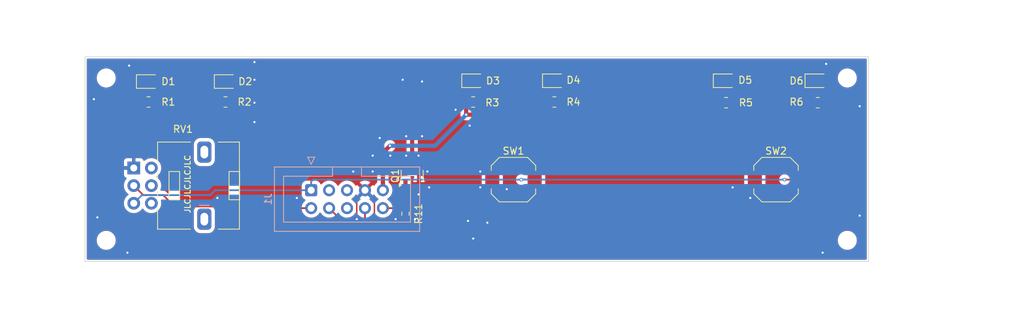
<source format=kicad_pcb>
(kicad_pcb
	(version 20240108)
	(generator "pcbnew")
	(generator_version "8.0")
	(general
		(thickness 1.6)
		(legacy_teardrops no)
	)
	(paper "A4")
	(layers
		(0 "F.Cu" signal)
		(31 "B.Cu" signal)
		(34 "B.Paste" user)
		(35 "F.Paste" user)
		(36 "B.SilkS" user "B.Silkscreen")
		(37 "F.SilkS" user "F.Silkscreen")
		(38 "B.Mask" user)
		(39 "F.Mask" user)
		(44 "Edge.Cuts" user)
		(45 "Margin" user)
		(46 "B.CrtYd" user "B.Courtyard")
		(47 "F.CrtYd" user "F.Courtyard")
		(48 "B.Fab" user)
		(49 "F.Fab" user)
	)
	(setup
		(stackup
			(layer "F.SilkS"
				(type "Top Silk Screen")
				(color "White")
			)
			(layer "F.Paste"
				(type "Top Solder Paste")
			)
			(layer "F.Mask"
				(type "Top Solder Mask")
				(color "Black")
				(thickness 0.01)
			)
			(layer "F.Cu"
				(type "copper")
				(thickness 0.035)
			)
			(layer "dielectric 1"
				(type "core")
				(thickness 1.51)
				(material "FR4")
				(epsilon_r 4.5)
				(loss_tangent 0.02)
			)
			(layer "B.Cu"
				(type "copper")
				(thickness 0.035)
			)
			(layer "B.Mask"
				(type "Bottom Solder Mask")
				(color "Black")
				(thickness 0.01)
			)
			(layer "B.Paste"
				(type "Bottom Solder Paste")
			)
			(layer "B.SilkS"
				(type "Bottom Silk Screen")
				(color "White")
			)
			(copper_finish "None")
			(dielectric_constraints yes)
		)
		(pad_to_mask_clearance 0)
		(allow_soldermask_bridges_in_footprints no)
		(aux_axis_origin 78.5 131)
		(grid_origin 78.5 131)
		(pcbplotparams
			(layerselection 0x00010fc_ffffffff)
			(plot_on_all_layers_selection 0x0000000_00000000)
			(disableapertmacros no)
			(usegerberextensions no)
			(usegerberattributes yes)
			(usegerberadvancedattributes yes)
			(creategerberjobfile yes)
			(dashed_line_dash_ratio 12.000000)
			(dashed_line_gap_ratio 3.000000)
			(svgprecision 4)
			(plotframeref no)
			(viasonmask no)
			(mode 1)
			(useauxorigin no)
			(hpglpennumber 1)
			(hpglpenspeed 20)
			(hpglpendiameter 15.000000)
			(pdf_front_fp_property_popups yes)
			(pdf_back_fp_property_popups yes)
			(dxfpolygonmode yes)
			(dxfimperialunits yes)
			(dxfusepcbnewfont yes)
			(psnegative no)
			(psa4output no)
			(plotreference yes)
			(plotvalue yes)
			(plotfptext yes)
			(plotinvisibletext no)
			(sketchpadsonfab no)
			(subtractmaskfromsilk no)
			(outputformat 1)
			(mirror no)
			(drillshape 1)
			(scaleselection 1)
			(outputdirectory "")
		)
	)
	(net 0 "")
	(net 1 "/LED_PWR")
	(net 2 "Net-(D1-A)")
	(net 3 "Net-(D2-A)")
	(net 4 "Net-(D3-A)")
	(net 5 "Net-(D4-A)")
	(net 6 "Net-(D5-A)")
	(net 7 "Net-(D6-A)")
	(net 8 "+3V3")
	(net 9 "/FLOOD")
	(net 10 "unconnected-(J1-Pin_3-Pad3)")
	(net 11 "/AIDS")
	(net 12 "unconnected-(J1-Pin_5-Pad5)")
	(net 13 "unconnected-(J1-Pin_6-Pad6)")
	(net 14 "GND")
	(net 15 "/DFDR")
	(net 16 "/PWM_1")
	(net 17 "VBUS")
	(footprint "MountingHole:MountingHole_2.2mm_M2" (layer "F.Cu") (at 198.5 119))
	(footprint "LED_SMD:LED_0805_2012Metric" (layer "F.Cu") (at 194.2 96.4))
	(footprint "Resistor_SMD:R_0805_2012Metric" (layer "F.Cu") (at 157 99.4))
	(footprint "MountingHole:MountingHole_2.2mm_M2" (layer "F.Cu") (at 93.5 119))
	(footprint "MountingHole:MountingHole_2.2mm_M2" (layer "F.Cu") (at 198.5 96))
	(footprint "Resistor_SMD:R_0603_1608Metric" (layer "F.Cu") (at 135.9 115.225 -90))
	(footprint "Resistor_SMD:R_0805_2012Metric" (layer "F.Cu") (at 181.3375 99.5))
	(footprint "Resistor_SMD:R_0805_2012Metric" (layer "F.Cu") (at 99.5 99.4))
	(footprint "LED_SMD:LED_0805_2012Metric" (layer "F.Cu") (at 181.2 96.4))
	(footprint "LED_SMD:LED_0805_2012Metric" (layer "F.Cu") (at 110.5 96.5))
	(footprint "NiasStuff:Potentiometer_Alps_RK09L_Double_Vertical" (layer "F.Cu") (at 97.4 108.75))
	(footprint "Resistor_SMD:R_0805_2012Metric" (layer "F.Cu") (at 145.4875 99.4))
	(footprint "LED_SMD:LED_0805_2012Metric" (layer "F.Cu") (at 99.4625 96.5))
	(footprint "LED_SMD:LED_0805_2012Metric" (layer "F.Cu") (at 145.5625 96.4))
	(footprint "MountingHole:MountingHole_2.2mm_M2" (layer "F.Cu") (at 93.5 96))
	(footprint "Button_Switch_SMD:SW_Push_1TS009xxxx-xxxx-xxxx_6x6x5mm" (layer "F.Cu") (at 188.4 110.4))
	(footprint "LED_SMD:LED_0805_2012Metric" (layer "F.Cu") (at 157 96.4))
	(footprint "Button_Switch_SMD:SW_Push_1TS009xxxx-xxxx-xxxx_6x6x5mm" (layer "F.Cu") (at 151.2 110.4))
	(footprint "Package_TO_SOT_SMD:SOT-23-3" (layer "F.Cu") (at 136.85 109.8625 90))
	(footprint "Resistor_SMD:R_0805_2012Metric" (layer "F.Cu") (at 110.4 99.4))
	(footprint "Resistor_SMD:R_0805_2012Metric" (layer "F.Cu") (at 194.3125 99.5))
	(footprint "Connector_IDC:IDC-Header_2x05_P2.54mm_Vertical" (layer "B.Cu") (at 122.54 111.9 -90))
	(gr_line
		(start 90.5 93)
		(end 90.5 122)
		(stroke
			(width 0.1)
			(type default)
		)
		(layer "Edge.Cuts")
		(uuid "8c20599d-268f-4eef-b18c-16f8641977ed")
	)
	(gr_line
		(start 201.5 122)
		(end 201.5 93)
		(stroke
			(width 0.1)
			(type default)
		)
		(layer "Edge.Cuts")
		(uuid "a0eb9a70-f409-4809-b363-9148eefd3e45")
	)
	(gr_line
		(start 90.5 122)
		(end 201.5 122)
		(stroke
			(width 0.1)
			(type default)
		)
		(layer "Edge.Cuts")
		(uuid "d755d445-e1f6-4e7e-8d9d-bb12af1c37d9")
	)
	(gr_line
		(start 201.5 93)
		(end 90.5 93)
		(stroke
			(width 0.1)
			(type default)
		)
		(layer "Edge.Cuts")
		(uuid "f3b1a2d9-2594-476f-9d17-53e20d150fd3")
	)
	(gr_line
		(start 223.5 85)
		(end 78.5 85)
		(stroke
			(width 0.1)
			(type default)
		)
		(layer "F.Fab")
		(uuid "18066a5d-9c4f-42fc-ba24-36e3b4839288")
	)
	(gr_line
		(start 223.5 131)
		(end 223.5 85)
		(stroke
			(width 0.1)
			(type default)
		)
		(layer "F.Fab")
		(uuid "1a1bd61f-ca4e-4a74-9d0b-877d992d7ee8")
	)
	(gr_line
		(start 78.5 131)
		(end 223.5 131)
		(stroke
			(width 0.1)
			(type default)
		)
		(layer "F.Fab")
		(uuid "5d171460-27f3-42af-b0f9-1db4c3a9e92d")
	)
	(gr_line
		(start 78.5 85)
		(end 78.5 131)
		(stroke
			(width 0.1)
			(type default)
		)
		(layer "F.Fab")
		(uuid "c921d3df-0318-459f-95d8-7a0768e5aa9a")
	)
	(gr_text "JLCJLCJLCJLC"
		(at 105.5 115.25 90)
		(layer "F.SilkS")
		(uuid "6108bf1a-bfd4-467c-93e8-6c029ed88253")
		(effects
			(font
				(size 0.8 0.8)
				(thickness 0.15)
			)
			(justify left bottom)
		)
	)
	(segment
		(start 136.9 95)
		(end 144.7 95)
		(width 0.6)
		(layer "F.Cu")
		(net 1)
		(uuid "061d1a57-0c3d-42ae-b754-b951fe234589")
	)
	(segment
		(start 180.2625 95.0375)
		(end 180.3 95)
		(width 0.6)
		(layer "F.Cu")
		(net 1)
		(uuid "18d25bbf-5993-4b57-aef1-aeeb6537806d")
	)
	(segment
		(start 98.525 95.575)
		(end 98.525 96.5)
		(width 0.6)
		(layer "F.Cu")
		(net 1)
		(uuid "203af71a-2fe2-4a59-aac0-1fb5542eff58")
	)
	(segment
		(start 136.85 108.725)
		(end 136.85 95.05)
		(width 0.6)
		(layer "F.Cu")
		(net 1)
		(uuid "3252f293-0a96-406e-9f0e-177d2fd82d72")
	)
	(segment
		(start 155.9 95)
		(end 180.3 95)
		(width 0.6)
		(layer "F.Cu")
		(net 1)
		(uuid "34ccc654-8e11-40fb-a118-ea7dd34c4678")
	)
	(segment
		(start 109.5625 95.1875)
		(end 109.7 95.05)
		(width 0.6)
		(layer "F.Cu")
		(net 1)
		(uuid "39d68179-fbe1-456e-923c-2b81b83d542a")
	)
	(segment
		(start 156.0625 96.4)
		(end 156.0625 95.1625)
		(width 0.6)
		(layer "F.Cu")
		(net 1)
		(uuid "4cf8f666-1d74-4b67-a70d-c8bb73f5c1c2")
	)
	(segment
		(start 180.3 95)
		(end 192.9 95)
		(width 0.6)
		(layer "F.Cu")
		(net 1)
		(uuid "4ee05f95-9d65-44a4-87be-d290c88f7495")
	)
	(segment
		(start 99.05 95.05)
		(end 98.525 95.575)
		(width 0.6)
		(layer "F.Cu")
		(net 1)
		(uuid "629c8eaf-991d-4d0f-829c-7be58d7a0e2b")
	)
	(segment
		(start 109.7 95.05)
		(end 99.05 95.05)
		(width 0.6)
		(layer "F.Cu")
		(net 1)
		(uuid "866e7df4-1a88-4d78-9443-653ad542bd9d")
	)
	(segment
		(start 136.85 95.05)
		(end 109.7 95.05)
		(width 0.6)
		(layer "F.Cu")
		(net 1)
		(uuid "9257f555-f17e-4754-be2f-14fb5a2bef02")
	)
	(segment
		(start 144.625 96.4)
		(end 144.625 95.075)
		(width 0.6)
		(layer "F.Cu")
		(net 1)
		(uuid "b191d92d-c2be-4442-9946-813a6d3e2c68")
	)
	(segment
		(start 136.85 95.05)
		(end 136.9 95)
		(width 0.6)
		(layer "F.Cu")
		(net 1)
		(uuid "cdcb84c2-728e-4b34-9f55-115047aa996b")
	)
	(segment
		(start 156.0625 95.1625)
		(end 155.9 95)
		(width 0.6)
		(layer "F.Cu")
		(net 1)
		(uuid "d4c335fb-bedd-46c9-a34b-1e290a651fb0")
	)
	(segment
		(start 180.2625 96.4)
		(end 180.2625 95.0375)
		(width 0.6)
		(layer "F.Cu")
		(net 1)
		(uuid "e48b4fb9-e33b-40ad-bfc0-76c25cde1d92")
	)
	(segment
		(start 144.7 95)
		(end 155.9 95)
		(width 0.6)
		(layer "F.Cu")
		(net 1)
		(uuid "e5246a1a-97f2-4914-bb55-26cd7d48244d")
	)
	(segment
		(start 144.625 95.075)
		(end 144.7 95)
		(width 0.6)
		(layer "F.Cu")
		(net 1)
		(uuid "ee30ff67-9e60-4d56-81c4-081ce67323e9")
	)
	(segment
		(start 109.5625 96.5)
		(end 109.5625 95.1875)
		(width 0.6)
		(layer "F.Cu")
		(net 1)
		(uuid "f84f415a-353b-4e0f-a29f-1140a2a2de24")
	)
	(segment
		(start 192.9 95)
		(end 193.2625 95.3625)
		(width 0.6)
		(layer "F.Cu")
		(net 1)
		(uuid "fa51a5cc-eecd-4ca4-968c-a2b302916e3d")
	)
	(segment
		(start 193.2625 95.3625)
		(end 193.2625 96.4)
		(width 0.6)
		(layer "F.Cu")
		(net 1)
		(uuid "fdd470cb-95b8-4aed-890e-932fe4f4b222")
	)
	(segment
		(start 100.4125 99.4)
		(end 100.4125 96.5125)
		(width 0.6)
		(layer "F.Cu")
		(net 2)
		(uuid "53ee982c-74b5-42a4-8ac5-4000871a56b8")
	)
	(segment
		(start 100.4125 96.5125)
		(end 100.4 96.5)
		(width 0.6)
		(layer "F.Cu")
		(net 2)
		(uuid "b73e4b31-04be-4072-a02c-7f5a3a70cb5b")
	)
	(segment
		(start 111.3125 96.625)
		(end 111.4375 96.5)
		(width 0.6)
		(layer "F.Cu")
		(net 3)
		(uuid "aa7c1b21-d5cf-454b-8b1c-b7e16553556a")
	)
	(segment
		(start 111.3125 99.4)
		(end 111.3125 96.625)
		(width 0.6)
		(layer "F.Cu")
		(net 3)
		(uuid "ad994d88-f195-4a90-be56-475078d021ec")
	)
	(segment
		(start 146.5 99.3)
		(end 146.4 99.4)
		(width 0.6)
		(layer "F.Cu")
		(net 4)
		(uuid "8a015d0a-bfbc-4456-ae49-182dc3c8d654")
	)
	(segment
		(start 146.5 96.4)
		(end 146.5 99.3)
		(width 0.6)
		(layer "F.Cu")
		(net 4)
		(uuid "af23bc1b-bfd5-4970-934a-ffb2c7a199a8")
	)
	(segment
		(start 157.9375 99.375)
		(end 157.9125 99.4)
		(width 0.6)
		(layer "F.Cu")
		(net 5)
		(uuid "ae9521ae-b678-44e4-8749-cda5e11d23f5")
	)
	(segment
		(start 157.9375 96.4)
		(end 157.9375 99.375)
		(width 0.6)
		(layer "F.Cu")
		(net 5)
		(uuid "bf3522ca-905f-4011-b1c0-2148d457baa5")
	)
	(segment
		(start 182.1375 99.3875)
		(end 182.25 99.5)
		(width 0.6)
		(layer "F.Cu")
		(net 6)
		(uuid "6b3e9ef2-73e8-4199-9bfb-ce9e7a5585c5")
	)
	(segment
		(start 182.1375 96.4)
		(end 182.1375 99.3875)
		(width 0.6)
		(layer "F.Cu")
		(net 6)
		(uuid "f21e7336-f4f6-4be5-940c-6aa7a981965b")
	)
	(segment
		(start 195.1375 99.4125)
		(end 195.225 99.5)
		(width 0.6)
		(layer "F.Cu")
		(net 7)
		(uuid "60f775ec-5f24-41cd-851d-df50f86cbe8f")
	)
	(segment
		(start 195.1375 96.4)
		(end 195.1375 99.4125)
		(width 0.6)
		(layer "F.Cu")
		(net 7)
		(uuid "696acc13-09fc-45b8-a6a5-cfc43c340280")
	)
	(segment
		(start 152.3 110.4)
		(end 154.2 110.4)
		(width 0.25)
		(layer "F.Cu")
		(net 8)
		(uuid "b49d8dac-c8d2-4f43-82a6-6ef69927aadb")
	)
	(segment
		(start 189.6 110.4)
		(end 191.4 110.4)
		(width 0.25)
		(layer "F.Cu")
		(net 8)
		(uuid "bf836470-96a2-4540-9471-8f4be561872b")
	)
	(via
		(at 189.6 110.4)
		(size 0.5)
		(drill 0.3)
		(layers "F.Cu" "B.Cu")
		(net 8)
		(uuid "56f6e43b-f667-4823-9937-039fb7f3bc21")
	)
	(via
		(at 152.3 110.4)
		(size 0.5)
		(drill 0.3)
		(layers "F.Cu" "B.Cu")
		(net 8)
		(uuid "f25bc904-4807-4786-ba01-c8fdfd55c67c")
	)
	(segment
		(start 122.8 110.4)
		(end 122.54 110.66)
		(width 0.25)
		(layer "B.Cu")
		(net 8)
		(uuid "06930c9f-3f12-4f95-bf35-ed564e9ed76c")
	)
	(segment
		(start 122.54 111.9)
		(end 108.92924 111.9)
		(width 0.25)
		(layer "B.Cu")
		(net 8)
		(uuid "0a77066e-57fb-49bd-b56c-36a1046f3aa4")
	)
	(segment
		(start 108.92924 111.9)
		(end 108.23124 112.598)
		(width 0.25)
		(layer "B.Cu")
		(net 8)
		(uuid "1c7cd648-acd6-4637-aec9-dfa454d59e57")
	)
	(segment
		(start 98.552 112.598)
		(end 97.4 113.75)
		(width 0.25)
		(layer "B.Cu")
		(net 8)
		(uuid "4bbb06b8-2971-47bb-92f0-4043f67a92d7")
	)
	(segment
		(start 122.54 110.66)
		(end 122.54 111.9)
		(width 0.25)
		(layer "B.Cu")
		(net 8)
		(uuid "9e3475c2-ee06-4bee-8a88-05a9e5e88f3a")
	)
	(segment
		(start 152.3 110.4)
		(end 189.6 110.4)
		(width 0.25)
		(layer "B.Cu")
		(net 8)
		(uuid "ae630507-40ef-4621-bc5c-18af5142aefc")
	)
	(segment
		(start 108.23124 112.598)
		(end 98.552 112.598)
		(width 0.25)
		(layer "B.Cu")
		(net 8)
		(uuid "b5aff775-4210-4ded-abc2-0b20b32b6513")
	)
	(segment
		(start 152.3 110.4)
		(end 122.8 110.4)
		(width 0.25)
		(layer "B.Cu")
		(net 8)
		(uuid "b9fe63b3-129b-4603-9513-60bc99a58528")
	)
	(segment
		(start 98.748 112.598)
		(end 101.571222 112.598)
		(width 0.25)
		(layer "F.Cu")
		(net 9)
		(uuid "0928e52e-0bc8-442e-9f04-3ed8576ceedf")
	)
	(segment
		(start 118.44 114.44)
		(end 122.54 114.44)
		(width 0.25)
		(layer "F.Cu")
		(net 9)
		(uuid "4168ac65-a65c-495d-a217-c137b423f949")
	)
	(segment
		(start 101.571222 112.598)
		(end 103.173222 114.2)
		(width 0.25)
		(layer "F.Cu")
		(net 9)
		(uuid "5d63acc1-7b14-489a-8a43-07d087e91112")
	)
	(segment
		(start 118.2 114.2)
		(end 118.44 114.44)
		(width 0.25)
		(layer "F.Cu")
		(net 9)
		(uuid "60cdc3e2-0d66-4792-9809-1084668a677f")
	)
	(segment
		(start 97.4 111.25)
		(end 98.748 112.598)
		(width 0.25)
		(layer "F.Cu")
		(net 9)
		(uuid "e7c15fe4-9f55-4659-b187-0bbed49bd7dd")
	)
	(segment
		(start 103.173222 114.2)
		(end 118.2 114.2)
		(width 0.25)
		(layer "F.Cu")
		(net 9)
		(uuid "eff3f3a9-eed8-42f6-badb-f26800338680")
	)
	(segment
		(start 148.2 114.4)
		(end 145.4 117.2)
		(width 0.25)
		(layer "F.Cu")
		(net 11)
		(uuid "0e319dfb-1f80-4134-a0ad-ce002c9b25e2")
	)
	(segment
		(start 130.16 116.46)
		(end 130.16 114.44)
		(width 0.25)
		(layer "F.Cu")
		(net 11)
		(uuid "4bf14c63-854b-4e6c-ab61-b2c598ada57b")
	)
	(segment
		(start 130.9 117.2)
		(end 130.16 116.46)
		(width 0.25)
		(layer "F.Cu")
		(net 11)
		(uuid "55821277-0bd8-4c19-8aa2-5922382db0a0")
	)
	(segment
		(start 145.4 117.2)
		(end 130.9 117.2)
		(width 0.25)
		(layer "F.Cu")
		(net 11)
		(uuid "8b3d3850-b896-4722-8c26-5d8b1daf40ff")
	)
	(segment
		(start 148.2 110.4)
		(end 148.2 114.4)
		(width 0.25)
		(layer "F.Cu")
		(net 11)
		(uuid "db84d2c5-985e-4763-b66e-221b70f86780")
	)
	(segment
		(start 129 113.06)
		(end 129 116)
		(width 0.2)
		(layer "F.Cu")
		(net 14)
		(uuid "337ca004-bef3-4589-8885-44ac80bb5901")
	)
	(segment
		(start 130.16 111.9)
		(end 129 113.06)
		(width 0.2)
		(layer "F.Cu")
		(net 14)
		(uuid "487e99c7-14a2-472d-a94d-17d4b3f1418d")
	)
	(segment
		(start 131.5 113.24)
		(end 131.5 115.5)
		(width 0.2)
		(layer "F.Cu")
		(net 14)
		(uuid "60a5d30d-c0ca-4465-b63c-43698e737a8c")
	)
	(segment
		(start 130.16 111.9)
		(end 131.5 113.24)
		(width 0.2)
		(layer "F.Cu")
		(net 14)
		(uuid "f0eeae80-5b67-4219-a68b-4ed5c213bafe")
	)
	(via
		(at 114.5 102.25)
		(size 0.5)
		(drill 0.3)
		(layers "F.Cu" "B.Cu")
		(free yes)
		(net 14)
		(uuid "057873be-9bd9-4c11-b762-369565e6bedd")
	)
	(via
		(at 131.25 109.25)
		(size 0.5)
		(drill 0.3)
		(layers "F.Cu" "B.Cu")
		(free yes)
		(net 14)
		(uuid "095a9de3-2592-44ef-8a76-c73cbbfd9f28")
	)
	(via
		(at 139 109.25)
		(size 0.5)
		(drill 0.3)
		(layers "F.Cu" "B.Cu")
		(free yes)
		(net 14)
		(uuid "0e71cf49-33db-4b7d-aa8a-a264f6caef6c")
	)
	(via
		(at 143 100.5)
		(size 0.5)
		(drill 0.3)
		(layers "F.Cu" "B.Cu")
		(free yes)
		(net 14)
		(uuid "10bd0bb4-99e7-4d79-94ce-e3cb56e62228")
	)
	(via
		(at 96.75 94.25)
		(size 0.5)
		(drill 0.3)
		(layers "F.Cu" "B.Cu")
		(free yes)
		(net 14)
		(uuid "1b558322-5140-4900-926a-cce641b94b1b")
	)
	(via
		(at 133.75 107)
		(size 0.5)
		(drill 0.3)
		(layers "F.Cu" "B.Cu")
		(free yes)
		(net 14)
		(uuid "1b93e646-1ee5-4918-bd4c-286ef781b85d")
	)
	(via
		(at 136 104.25)
		(size 0.5)
		(drill 0.3)
		(layers "F.Cu" "B.Cu")
		(free yes)
		(net 14)
		(uuid "2eaa9913-fbf7-4826-bcb6-1a00b739888f")
	)
	(via
		(at 145.5 118.75)
		(size 0.5)
		(drill 0.3)
		(layers "F.Cu" "B.Cu")
		(free yes)
		(net 14)
		(uuid "3086af59-78cb-4a5a-8e7f-8c28207c06d5")
	)
	(via
		(at 138.25 96.5)
		(size 0.5)
		(drill 0.3)
		(layers "F.Cu" "B.Cu")
		(free yes)
		(net 14)
		(uuid "340d8d96-3a2c-4790-971c-fd265e52177a")
	)
	(via
		(at 182.25 111.5)
		(size 0.5)
		(drill 0.3)
		(layers "F.Cu" "B.Cu")
		(free yes)
		(net 14)
		(uuid "3496c081-c0c8-44d4-a7c1-73d7d0a6c2fc")
	)
	(via
		(at 91.75 99)
		(size 0.5)
		(drill 0.3)
		(layers "F.Cu" "B.Cu")
		(free yes)
		(net 14)
		(uuid "3c3c57dc-6f81-4b2e-93fd-660b47d2ef99")
	)
	(via
		(at 137.75 112.5)
		(size 0.5)
		(drill 0.3)
		(layers "F.Cu" "B.Cu")
		(free yes)
		(net 14)
		(uuid "40a64b21-efe3-47b4-a467-2a195704b28d")
	)
	(via
		(at 128.5 109.25)
		(size 0.5)
		(drill 0.3)
		(layers "F.Cu" "B.Cu")
		(free yes)
		(net 14)
		(uuid "44e080af-d2e7-4064-804f-c5e6284a62d6")
	)
	(via
		(at 132.25 104.5)
		(size 0.5)
		(drill 0.3)
		(layers "F.Cu" "B.Cu")
		(free yes)
		(net 14)
		(uuid "45d86a79-4793-4ce9-a1f7-c6deceb6783c")
	)
	(via
		(at 146.5 111.5)
		(size 0.5)
		(drill 0.3)
		(layers "F.Cu" "B.Cu")
		(free yes)
		(net 14)
		(uuid "4864409e-81fc-4f96-b042-e75856c34ccb")
	)
	(via
		(at 150.25 111.75)
		(size 0.5)
		(drill 0.3)
		(layers "F.Cu" "B.Cu")
		(free yes)
		(net 14)
		(uuid "5d068744-cf87-4079-912b-0cab865f50b3")
	)
	(via
		(at 136 107)
		(size 0.5)
		(drill 0.3)
		(layers "F.Cu" "B.Cu")
		(free yes)
		(net 14)
		(uuid "62492948-2cce-4e31-a026-75071dd8dc83")
	)
	(via
		(at 131.25 107)
		(size 0.5)
		(drill 0.3)
		(layers "F.Cu" "B.Cu")
		(free yes)
		(net 14)
		(uuid "68db1a07-c182-41ac-aa28-ce9a5cda013c")
	)
	(via
		(at 145 102.75)
		(size 0.5)
		(drill 0.3)
		(layers "F.Cu" "B.Cu")
		(free yes)
		(net 14)
		(uuid "693a9845-b232-4de2-9cb0-05fe978e5bfa")
	)
	(via
		(at 120.5 113)
		(size 0.5)
		(drill 0.3)
		(layers "F.Cu" "B.Cu")
		(free yes)
		(net 14)
		(uuid "6ca85807-8eb2-42f3-80e3-42f6234fe19b")
	)
	(via
		(at 114.5 93.75)
		(size 0.5)
		(drill 0.3)
		(layers "F.Cu" "B.Cu")
		(free yes)
		(net 14)
		(uuid "83f46607-4485-46ed-be94-ccca6600ea82")
	)
	(via
		(at 144.75 116.25)
		(size 0.5)
		(drill 0.3)
		(layers "F.Cu" "B.Cu")
		(free yes)
		(net 14)
		(uuid "8f20437c-4dd4-47ad-973e-6e7a0905c013")
	)
	(via
		(at 135.5 96.25)
		(size 0.5)
		(drill 0.3)
		(layers "F.Cu" "B.Cu")
		(free yes)
		(net 14)
		(uuid "98adcf06-44f8-428d-8320-fc52069b3b57")
	)
	(via
		(at 109.25 113)
		(size 0.5)
		(drill 0.3)
		(layers "F.Cu" "B.Cu")
		(free yes)
		(net 14)
		(uuid "9c3a62a8-af71-46d2-9288-daf63e7ee447")
	)
	(via
		(at 114.5 96.25)
		(size 0.5)
		(drill 0.3)
		(layers "F.Cu" "B.Cu")
		(free yes)
		(net 14)
		(uuid "b16f0194-c05d-4d10-a4ea-9322c646786c")
	)
	(via
		(at 200.25 100)
		(size 0.5)
		(drill 0.3)
		(layers "F.Cu" "B.Cu")
		(free yes)
		(net 14)
		(uuid "b274993d-fc6f-49bf-9864-981ab5089dff")
	)
	(via
		(at 195 120.75)
		(size 0.5)
		(drill 0.3)
		(layers "F.Cu" "B.Cu")
		(free yes)
		(net 14)
		(uuid "bdabd9a2-13a8-461b-9ef3-cc96115008e8")
	)
	(via
		(at 96.5 120.75)
		(size 0.5)
		(drill 0.3)
		(layers "F.Cu" "B.Cu")
		(free yes)
		(net 14)
		(uuid "c73715a2-e531-4b0d-b1d7-6c00b67ec4b0")
	)
	(via
		(at 147.5 116.5)
		(size 0.5)
		(drill 0.3)
		(layers "F.Cu" "B.Cu")
		(free yes)
		(net 14)
		(uuid "ce72027a-99c5-47a4-939c-1ad852d4d0dc")
	)
	(via
		(at 137.75 107)
		(size 0.5)
		(drill 0.3)
		(layers "F.Cu" "B.Cu")
		(free yes)
		(net 14)
		(uuid "d7c348a2-f763-42eb-b938-5c3867cb13f3")
	)
	(via
		(at 137.25 116)
		(size 0.5)
		(drill 0.3)
		(layers "F.Cu" "B.Cu")
		(free yes)
		(net 14)
		(uuid "d8c4bc23-17b9-4cd7-8ac2-d7784af418b6")
	)
	(via
		(at 92.25 115.75)
		(size 0.5)
		(drill 0.3)
		(layers "F.Cu" "B.Cu")
		(free yes)
		(net 14)
		(uuid "dc7e8339-22b4-442d-9874-fa1e24f5b028")
	)
	(via
		(at 129 116)
		(size 0.5)
		(drill 0.3)
		(layers "F.Cu" "B.Cu")
		(net 14)
		(uuid "dcf43c83-4b77-4b9c-af33-8d91bd72be58")
	)
	(via
		(at 134.5 116)
		(size 0.5)
		(drill 0.3)
		(layers "F.Cu" "B.Cu")
		(free yes)
		(net 14)
		(uuid "e36d2cd0-923a-40be-92e2-409de561f187")
	)
	(via
		(at 139.25 111.5)
		(size 0.5)
		(drill 0.3)
		(layers "F.Cu" "B.Cu")
		(free yes)
		(net 14)
		(uuid "e6d8289d-01f2-42b3-9f6e-394737426df9")
	)
	(via
		(at 195.5 94)
		(size 0.5)
		(drill 0.3)
		(layers "F.Cu" "B.Cu")
		(free yes)
		(net 14)
		(uuid "e701bf59-6a06-41b4-bd7a-4ed08cf7cab7")
	)
	(via
		(at 200.25 115.5)
		(size 0.5)
		(drill 0.3)
		(layers "F.Cu" "B.Cu")
		(free yes)
		(net 14)
		(uuid "ee1be954-5501-4870-a2e2-a634e316f895")
	)
	(via
		(at 184.75 113)
		(size 0.5)
		(drill 0.3)
		(layers "F.Cu" "B.Cu")
		(free yes)
		(net 14)
		(uuid "f34b8a40-029e-40fd-a0e4-e8cc84348111")
	)
	(via
		(at 138.25 104.25)
		(size 0.5)
		(drill 0.3)
		(layers "F.Cu" "B.Cu")
		(free yes)
		(net 14)
		(uuid "fae6f495-5ddc-4bfc-9a10-5852f655dc2d")
	)
	(via
		(at 146.5 109.25)
		(size 0.5)
		(drill 0.3)
		(layers "F.Cu" "B.Cu")
		(free yes)
		(net 14)
		(uuid "fb5b8b6f-0a1c-4fa5-88e7-b52f1f7b71c2")
	)
	(via
		(at 114.5 99.5)
		(size 0.5)
		(drill 0.3)
		(layers "F.Cu" "B.Cu")
		(free yes)
		(net 14)
		(uuid "ff714d58-7cd8-4337-bcf4-62a256102137")
	)
	(segment
		(start 128.34 117.7)
		(end 125.08 114.44)
		(width 0.25)
		(layer "F.Cu")
		(net 15)
		(uuid "1d769b7a-1ba1-4e70-b286-7aa5d0ec34c8")
	)
	(segment
		(start 185.4 110.4)
		(end 178.1 117.7)
		(width 0.25)
		(layer "F.Cu")
		(net 15)
		(uuid "30031104-57b4-489a-90f9-70a95a8edf0a")
	)
	(segment
		(start 178.1 117.7)
		(end 128.34 117.7)
		(width 0.25)
		(layer "F.Cu")
		(net 15)
		(uuid "a7b25b47-307a-4c3b-9521-53128810f4a3")
	)
	(segment
		(start 135.86 114.44)
		(end 135.9 114.4)
		(width 0.25)
		(layer "F.Cu")
		(net 16)
		(uuid "2039e185-fe28-46ad-81e6-7d5fa9be507a")
	)
	(segment
		(start 135.9 114.4)
		(end 135.9 111)
		(width 0.25)
		(layer "F.Cu")
		(net 16)
		(uuid "2699f4bc-7b28-4b3c-92c4-530707007f2c")
	)
	(segment
		(start 132.7 114.44)
		(end 135.86 114.44)
		(width 0.25)
		(layer "F.Cu")
		(net 16)
		(uuid "3a710909-295d-4298-89b1-c52d29e0bd86")
	)
	(segment
		(start 180.425 101.075)
		(end 180.425 99.5)
		(width 0.6)
		(layer "F.Cu")
		(net 17)
		(uuid "0a93ad4a-5049-48c6-b2d9-f99e2c16acf7")
	)
	(segment
		(start 98.5875 100.2875)
		(end 99.3 101)
		(width 0.6)
		(layer "F.Cu")
		(net 17)
		(uuid "1b2dd9c5-21a1-44b8-ae5c-d9577b484665")
	)
	(segment
		(start 144.5 99.475)
		(end 144.575 99.4)
		(width 0.6)
		(layer "F.Cu")
		(net 17)
		(uuid "1cbc3173-39ee-4ec0-a17e-e38be96c2ad3")
	)
	(segment
		(start 180.3 101.2)
		(end 180.425 101.075)
		(width 0.6)
		(layer "F.Cu")
		(net 17)
		(uuid "2aa57860-baa9-4046-ae76-63480de1a6bf")
	)
	(segment
		(start 109.4875 99.4)
		(end 109.4875 100.7875)
		(width 0.6)
		(layer "F.Cu")
		(net 17)
		(uuid "2cfa1199-3b7f-4f9b-acff-aa934dc3e4ea")
	)
	(segment
		(start 109.4875 100.7875)
		(end 109.7 101)
		(width 0.6)
		(layer "F.Cu")
		(net 17)
		(uuid "56e3310e-bdb0-4de8-8aad-a267bd26f8af")
	)
	(segment
		(start 127.1 101)
		(end 132.7 106.6)
		(width 0.6)
		(layer "F.Cu")
		(net 17)
		(uuid "68a5bba1-136d-48a4-8b15-9e23e1f9a5ec")
	)
	(segment
		(start 193.1 101.2)
		(end 193.4 100.9)
		(width 0.6)
		(layer "F.Cu")
		(net 17)
		(uuid "71e56b8f-93e2-4408-a58f-eb006dc488ee")
	)
	(segment
		(start 193.4 100.9)
		(end 193.4 99.5)
		(width 0.6)
		(layer "F.Cu")
		(net 17)
		(uuid "7f9b77da-3eb0-4a5c-ac4d-1672e45dab8c")
	)
	(segment
		(start 156.0875 101.1875)
		(end 156.1 101.2)
		(width 0.6)
		(layer "F.Cu")
		(net 17)
		(uuid "8939bd07-4bae-421c-9f34-2cf6ea959bac")
	)
	(segment
		(start 144.5 101.2)
		(end 156.1 101.2)
		(width 0.6)
		(layer "F.Cu")
		(net 17)
		(uuid "90857337-af5d-42f4-9486-2385ed24cdf0")
	)
	(segment
		(start 144.5 101.2)
		(end 144.5 99.475)
		(width 0.6)
		(layer "F.Cu")
		(net 17)
		(uuid "a0b6ab00-71ac-436a-98bf-0a5b59b59ccc")
	)
	(segment
		(start 156.0875 99.4)
		(end 156.0875 101.1875)
		(width 0.6)
		(layer "F.Cu")
		(net 17)
		(uuid "a6c11fb5-836f-4286-b741-d0c94b4f2056")
	)
	(segment
		(start 132.7 106.6)
		(end 132.7 111.9)
		(width 0.6)
		(layer "F.Cu")
		(net 17)
		(uuid "ac379698-5bc5-4910-9f51-3d46914b9315")
	)
	(segment
		(start 99.3 101)
		(end 109.7 101)
		(width 0.6)
		(layer "F.Cu")
		(net 17)
		(uuid "ba1864f2-dba5-40d6-bdcb-e7a62a967cef")
	)
	(segment
		(start 180.3 101.2)
		(end 193.1 101.2)
		(width 0.6)
		(layer "F.Cu")
		(net 17)
		(uuid "be6c0f33-3181-4493-b3fa-b5e856f56bf8")
	)
	(segment
		(start 156.1 101.2)
		(end 180.3 101.2)
		(width 0.6)
		(layer "F.Cu")
		(net 17)
		(uuid "c8c9adfc-8042-43da-8245-65adab674d6a")
	)
	(segment
		(start 109.7 101)
		(end 127.1 101)
		(width 0.6)
		(layer "F.Cu")
		(net 17)
		(uuid "da72ef68-d448-4492-a74d-c88fb06a74b9")
	)
	(segment
		(start 132.7 106.6)
		(end 133.7 105.6)
		(width 0.6)
		(layer "F.Cu")
		(net 17)
		(uuid "ec7e25b8-88e0-4ead-a797-061881b371a8")
	)
	(segment
		(start 98.5875 99.4)
		(end 98.5875 100.2875)
		(width 0.6)
		(layer "F.Cu")
		(net 17)
		(uuid "f5ad62f5-3419-4624-a118-a320ed66e6d4")
	)
	(via
		(at 144.5 101.2)
		(size 0.5)
		(drill 0.3)
		(layers "F.Cu" "B.Cu")
		(net 17)
		(uuid "81af2f2b-d106-4928-a1a7-1e6ba6921141")
	)
	(via
		(at 133.7 105.6)
		(size 0.5)
		(drill 0.3)
		(layers "F.Cu" "B.Cu")
		(net 17)
		(uuid "9743e7ae-1280-4a69-ab50-86748e9ef72a")
	)
	(segment
		(start 140.1 105.6)
		(end 144.5 101.2)
		(width 0.6)
		(layer "B.Cu")
		(net 17)
		(uuid "71c8565c-7f31-41be-adbb-e8fcab7feffb")
	)
	(segment
		(start 133.7 105.6)
		(end 140.1 105.6)
		(width 0.6)
		(layer "B.Cu")
		(net 17)
		(uuid "aab95e33-63c6-4b4c-8566-f82fd841aaa4")
	)
	(zone
		(net 14)
		(net_name "GND")
		(layers "F&B.Cu")
		(uuid "892129cd-7586-4157-863d-94e645944b5e")
		(hatch edge 0.5)
		(connect_pads
			(clearance 0.5)
		)
		(min_thickness 0.25)
		(filled_areas_thickness no)
		(fill yes
			(thermal_gap 0.5)
			(thermal_bridge_width 0.5)
		)
		(polygon
			(pts
				(xy 90.5 122) (xy 201.5 122) (xy 201.5 93) (xy 90.5 93)
			)
		)
		(filled_polygon
			(layer "F.Cu")
			(pts
				(xy 128.974855 115.106546) (xy 128.991575 115.125842) (xy 129.10938 115.294086) (xy 129.121505 115.311401)
				(xy 129.288599 115.478495) (xy 129.481624 115.613653) (xy 129.525248 115.668228) (xy 129.5345 115.715226)
				(xy 129.5345 116.377255) (xy 129.532775 116.392872) (xy 129.533061 116.392899) (xy 129.532326 116.400665)
				(xy 129.534439 116.467872) (xy 129.5345 116.471767) (xy 129.5345 116.499357) (xy 129.535003 116.503335)
				(xy 129.535918 116.514967) (xy 129.53729 116.558624) (xy 129.537291 116.558627) (xy 129.54288 116.577867)
				(xy 129.546824 116.596911) (xy 129.549336 116.616792) (xy 129.565414 116.657403) (xy 129.569197 116.668452)
				(xy 129.581381 116.710388) (xy 129.59158 116.727634) (xy 129.600138 116.745103) (xy 129.607514 116.763732)
				(xy 129.633181 116.79906) (xy 129.639593 116.808821) (xy 129.661828 116.846417) (xy 129.661833 116.846424)
				(xy 129.67599 116.86058) (xy 129.688635 116.875386) (xy 129.69026 116.877623) (xy 129.713734 116.943431)
				(xy 129.697904 117.011484) (xy 129.647794 117.060174) (xy 129.589936 117.0745) (xy 128.650453 117.0745)
				(xy 128.583414 117.054815) (xy 128.562772 117.038181) (xy 127.531931 116.00734) (xy 127.498446 115.946017)
				(xy 127.50343 115.876325) (xy 127.545302 115.820392) (xy 127.610766 115.795975) (xy 127.619612 115.795659)
				(xy 127.620001 115.795659) (xy 127.659234 115.792226) (xy 127.855408 115.775063) (xy 128.083663 115.713903)
				(xy 128.29783 115.614035) (xy 128.491401 115.478495) (xy 128.658495 115.311401) (xy 128.772891 115.148026)
				(xy 128.788425 115.125842) (xy 128.843002 115.082217) (xy 128.9125 115.075023)
			)
		)
		(filled_polygon
			(layer "F.Cu")
			(pts
				(xy 135.992539 95.870185) (xy 136.038294 95.922989) (xy 136.0495 95.9745) (xy 136.0495 109.303201)
				(xy 136.052401 109.340067) (xy 136.052402 109.340073) (xy 136.098254 109.497893) (xy 136.098255 109.497896)
				(xy 136.18589 109.64608) (xy 136.184071 109.647155) (xy 136.205619 109.702032) (xy 136.191941 109.77055)
				(xy 136.143391 109.820796) (xy 136.082105 109.837) (xy 135.684298 109.837) (xy 135.647432 109.839901)
				(xy 135.647426 109.839902) (xy 135.489606 109.885754) (xy 135.489603 109.885755) (xy 135.348137 109.969417)
				(xy 135.348129 109.969423) (xy 135.231923 110.085629) (xy 135.231917 110.085637) (xy 135.148255 110.227103)
				(xy 135.148254 110.227106) (xy 135.102402 110.384926) (xy 135.102401 110.384932) (xy 135.0995 110.421798)
				(xy 135.0995 111.578201) (xy 135.102401 111.615067) (xy 135.102402 111.615073) (xy 135.148254 111.772893)
				(xy 135.148255 111.772896) (xy 135.2253 111.903174) (xy 135.231919 111.914365) (xy 135.238179 111.920625)
				(xy 135.271665 111.981945) (xy 135.2745 112.008308) (xy 135.2745 113.523397) (xy 135.254815 113.590436)
				(xy 135.214652 113.629513) (xy 135.189813 113.644529) (xy 135.189811 113.64453) (xy 135.069531 113.76481)
				(xy 135.067843 113.766966) (xy 135.066204 113.768137) (xy 135.064224 113.770118) (xy 135.063894 113.769788)
				(xy 135.011007 113.807603) (xy 134.970227 113.8145) (xy 133.975227 113.8145) (xy 133.908188 113.794815)
				(xy 133.873652 113.761623) (xy 133.738494 113.568597) (xy 133.571402 113.401506) (xy 133.571396 113.401501)
				(xy 133.385842 113.271575) (xy 133.342217 113.216998) (xy 133.335023 113.1475) (xy 133.366546 113.085145)
				(xy 133.385842 113.068425) (xy 133.528325 112.968657) (xy 133.571401 112.938495) (xy 133.738495 112.771401)
				(xy 133.874035 112.57783) (xy 133.973903 112.363663) (xy 134.035063 112.135408) (xy 134.055659 111.9)
				(xy 134.035063 111.664592) (xy 133.973903 111.436337) (xy 133.874035 111.222171) (xy 133.868731 111.214595)
				(xy 133.738494 111.028597) (xy 133.571404 110.861508) (xy 133.571402 110.861506) (xy 133.571401 110.861505)
				(xy 133.553374 110.848882) (xy 133.509751 110.794306) (xy 133.5005 110.747309) (xy 133.5005 106.98294)
				(xy 133.520185 106.915901) (xy 133.536819 106.895259) (xy 134.297827 106.134251) (xy 134.382092 106.028586)
				(xy 134.46036 105.866061) (xy 134.5005 105.690194) (xy 134.5005 105.509805) (xy 134.500499 105.509803)
				(xy 134.500499 105.509798) (xy 134.460362 105.333947) (xy 134.460361 105.333945) (xy 134.46036 105.333939)
				(xy 134.454892 105.322584) (xy 134.382094 105.171416) (xy 134.346637 105.126954) (xy 134.269621 105.030379)
				(xy 134.128587 104.917908) (xy 134.128586 104.917907) (xy 134.128583 104.917905) (xy 133.966067 104.839642)
				(xy 133.966052 104.839637) (xy 133.790201 104.7995) (xy 133.790195 104.7995) (xy 133.609806 104.7995)
				(xy 133.609799 104.7995) (xy 133.433938 104.839639) (xy 133.271417 104.917905) (xy 133.165749 105.002172)
				(xy 132.787681 105.380241) (xy 132.726358 105.413726) (xy 132.656666 105.408742) (xy 132.612319 105.380241)
				(xy 127.602262 100.370184) (xy 127.602259 100.370182) (xy 127.569849 100.349817) (xy 127.55851 100.341771)
				(xy 127.528589 100.31791) (xy 127.494093 100.301296) (xy 127.481927 100.294572) (xy 127.449524 100.274212)
				(xy 127.449525 100.274212) (xy 127.442652 100.271807) (xy 127.413393 100.261568) (xy 127.400554 100.25625)
				(xy 127.366061 100.239639) (xy 127.328735 100.231119) (xy 127.31538 100.227271) (xy 127.27926 100.214633)
				(xy 127.279256 100.214632) (xy 127.279255 100.214632) (xy 127.261139 100.21259) (xy 127.241217 100.210345)
				(xy 127.227518 100.208017) (xy 127.1902 100.199501) (xy 127.190196 100.1995) (xy 127.190194 100.1995)
				(xy 127.190191 100.1995) (xy 112.421538 100.1995) (xy 112.354499 100.179815) (xy 112.308744 100.127011)
				(xy 112.2988 100.057853) (xy 112.303832 100.036496) (xy 112.314999 100.002797) (xy 112.3255 99.900009)
				(xy 112.325499 98.899992) (xy 112.314999 98.797203) (xy 112.259814 98.630666) (xy 112.167712 98.481344)
				(xy 112.149319 98.462951) (xy 112.115834 98.401628) (xy 112.113 98.37527) (xy 112.113 97.628391)
				(xy 112.132685 97.561352) (xy 112.149319 97.54071) (xy 112.208804 97.481225) (xy 112.269026 97.421003)
				(xy 112.360362 97.272925) (xy 112.415087 97.107775) (xy 112.4255 97.005848) (xy 112.4255 95.994152)
				(xy 112.42478 95.987102) (xy 112.437549 95.918409) (xy 112.48543 95.867525) (xy 112.548138 95.8505)
				(xy 135.9255 95.8505)
			)
		)
		(filled_polygon
			(layer "F.Cu")
			(pts
				(xy 129.700507 112.109844) (xy 129.778239 112.230798) (xy 129.8869 112.324952) (xy 130.017685 112.38468)
				(xy 130.027466 112.386086) (xy 129.398625 113.014925) (xy 129.474594 113.068119) (xy 129.518219 113.122696)
				(xy 129.525413 113.192194) (xy 129.49389 113.254549) (xy 129.474595 113.271269) (xy 129.288594 113.401508)
				(xy 129.121505 113.568597) (xy 128.991575 113.754158) (xy 128.936998 113.797783) (xy 128.8675 113.804977)
				(xy 128.805145 113.773454) (xy 128.788425 113.754158) (xy 128.658494 113.568597) (xy 128.491402 113.401506)
				(xy 128.491396 113.401501) (xy 128.305842 113.271575) (xy 128.262217 113.216998) (xy 128.255023 113.1475)
				(xy 128.286546 113.085145) (xy 128.305842 113.068425) (xy 128.448325 112.968657) (xy 128.491401 112.938495)
				(xy 128.658495 112.771401) (xy 128.788732 112.585403) (xy 128.843307 112.54178) (xy 128.912805 112.534586)
				(xy 128.97516 112.566109) (xy 128.99188 112.585405) (xy 129.045073 112.661373) (xy 129.676923 112.029523)
			)
		)
		(filled_polygon
			(layer "F.Cu")
			(pts
				(xy 131.274925 112.661373) (xy 131.328119 112.585405) (xy 131.382696 112.541781) (xy 131.452195 112.534588)
				(xy 131.514549 112.56611) (xy 131.531269 112.585405) (xy 131.661505 112.771401) (xy 131.661506 112.771402)
				(xy 131.828597 112.938493) (xy 131.828603 112.938498) (xy 132.014158 113.068425) (xy 132.057783 113.123002)
				(xy 132.064977 113.1925) (xy 132.033454 113.254855) (xy 132.014158 113.271575) (xy 131.828597 113.401505)
				(xy 131.661505 113.568597) (xy 131.531575 113.754158) (xy 131.476998 113.797783) (xy 131.4075 113.804977)
				(xy 131.345145 113.773454) (xy 131.328425 113.754158) (xy 131.198494 113.568597) (xy 131.031402 113.401506)
				(xy 131.031401 113.401505) (xy 130.845405 113.271269) (xy 130.801781 113.216692) (xy 130.794588 113.147193)
				(xy 130.82611 113.084839) (xy 130.845405 113.068119) (xy 130.921373 113.014925) (xy 130.292533 112.386086)
				(xy 130.302315 112.38468) (xy 130.4331 112.324952) (xy 130.541761 112.230798) (xy 130.619493 112.109844)
				(xy 130.643076 112.029524)
			)
		)
		(filled_polygon
			(layer "F.Cu")
			(pts
				(xy 201.188539 93.274185) (xy 201.234294 93.326989) (xy 201.2455 93.3785) (xy 201.2455 121.6215)
				(xy 201.225815 121.688539) (xy 201.173011 121.734294) (xy 201.1215 121.7455) (xy 90.8785 121.7455)
				(xy 90.811461 121.725815) (xy 90.765706 121.673011) (xy 90.7545 121.6215) (xy 90.7545 118.942306)
				(xy 92.141828 118.942306) (xy 92.151613 119.172662) (xy 92.151614 119.17267) (xy 92.20019 119.398062)
				(xy 92.20019 119.398063) (xy 92.286157 119.612002) (xy 92.407048 119.808342) (xy 92.55938 119.981425)
				(xy 92.559384 119.981429) (xy 92.738765 120.126269) (xy 92.738766 120.12627) (xy 92.738769 120.126271)
				(xy 92.738772 120.126274) (xy 92.940063 120.238721) (xy 93.157462 120.315533) (xy 93.284272 120.337277)
				(xy 93.384706 120.354499) (xy 93.384715 120.3545) (xy 93.557534 120.3545) (xy 93.557535 120.3545)
				(xy 93.557536 120.354499) (xy 93.557553 120.354499) (xy 93.729734 120.339844) (xy 93.729737 120.339843)
				(xy 93.729739 120.339843) (xy 93.952869 120.281745) (xy 94.081229 120.223722) (xy 94.162965 120.186776)
				(xy 94.162967 120.186775) (xy 94.162967 120.186774) (xy 94.162971 120.186773) (xy 94.354 120.057659)
				(xy 94.520462 119.898119) (xy 94.657566 119.712742) (xy 94.76137 119.50686) (xy 94.828886 119.286397)
				(xy 94.858172 119.057694) (xy 94.85327 118.942306) (xy 197.141828 118.942306) (xy 197.151613 119.172662)
				(xy 197.151614 119.17267) (xy 197.20019 119.398062) (xy 197.20019 119.398063) (xy 197.286157 119.612002)
				(xy 197.407048 119.808342) (xy 197.55938 119.981425) (xy 197.559384 119.981429) (xy 197.738765 120.126269)
				(xy 197.738766 120.12627) (xy 197.738769 120.126271) (xy 197.738772 120.126274) (xy 197.940063 120.238721)
				(xy 198.157462 120.315533) (xy 198.284272 120.337277) (xy 198.384706 120.354499) (xy 198.384715 120.3545)
				(xy 198.557534 120.3545) (xy 198.557535 120.3545) (xy 198.557536 120.354499) (xy 198.557553 120.354499)
				(xy 198.729734 120.339844) (xy 198.729737 120.339843) (xy 198.729739 120.339843) (xy 198.952869 120.281745)
				(xy 199.081229 120.223722) (xy 199.162965 120.186776) (xy 199.162967 120.186775) (xy 199.162967 120.186774)
				(xy 199.162971 120.186773) (xy 199.354 120.057659) (xy 199.520462 119.898119) (xy 199.657566 119.712742)
				(xy 199.76137 119.50686) (xy 199.828886 119.286397) (xy 199.858172 119.057694) (xy 199.848386 118.827332)
				(xy 199.79981 118.601938) (xy 199.713841 118.387994) (xy 199.592951 118.191657) (xy 199.44062 118.018575)
				(xy 199.440619 118.018574) (xy 199.440615 118.01857) (xy 199.261234 117.87373) (xy 199.261233 117.873729)
				(xy 199.059938 117.761279) (xy 198.842541 117.684468) (xy 198.84254 117.684467) (xy 198.842538 117.684467)
				(xy 198.842534 117.684466) (xy 198.842533 117.684466) (xy 198.615293 117.6455) (xy 198.615285 117.6455)
				(xy 198.442465 117.6455) (xy 198.442446 117.6455) (xy 198.270265 117.660155) (xy 198.047131 117.718254)
				(xy 197.837034 117.813223) (xy 197.837032 117.813224) (xy 197.693757 117.910062) (xy 197.658476 117.933909)
				(xy 197.645999 117.942342) (xy 197.47954 118.101878) (xy 197.342434 118.287257) (xy 197.23863 118.493138)
				(xy 197.171113 118.713606) (xy 197.141828 118.942306) (xy 94.85327 118.942306) (xy 94.848386 118.827332)
				(xy 94.79981 118.601938) (xy 94.713841 118.387994) (xy 94.592951 118.191657) (xy 94.44062 118.018575)
				(xy 94.440619 118.018574) (xy 94.440615 118.01857) (xy 94.261234 117.87373) (xy 94.261233 117.873729)
				(xy 94.059938 117.761279) (xy 93.842541 117.684468) (xy 93.84254 117.684467) (xy 93.842538 117.684467)
				(xy 93.842534 117.684466) (xy 93.842533 117.684466) (xy 93.615293 117.6455) (xy 93.615285 117.6455)
				(xy 93.442465 117.6455) (xy 93.442446 117.6455) (xy 93.270265 117.660155) (xy 93.047131 117.718254)
				(xy 92.837034 117.813223) (xy 92.837032 117.813224) (xy 92.693757 117.910062) (xy 92.658476 117.933909)
				(xy 92.645999 117.942342) (xy 92.47954 118.101878) (xy 92.342434 118.287257) (xy 92.23863 118.493138)
				(xy 92.171113 118.713606) (xy 92.141828 118.942306) (xy 90.7545 118.942306) (xy 90.7545 113.750006)
				(xy 95.9947 113.750006) (xy 96.013864 113.981297) (xy 96.013866 113.981308) (xy 96.070842 114.2063)
				(xy 96.164075 114.418848) (xy 96.291016 114.613147) (xy 96.291019 114.613151) (xy 96.291021 114.613153)
				(xy 96.448216 114.783913) (xy 96.448219 114.783915) (xy 96.448222 114.783918) (xy 96.631365 114.926464)
				(xy 96.631371 114.926468) (xy 96.631374 114.92647) (xy 96.776771 115.005155) (xy 96.815647 115.026194)
				(xy 96.835497 115.036936) (xy 96.918698 115.065499) (xy 97.055015 115.112297) (xy 97.055017 115.112297)
				(xy 97.055019 115.112298) (xy 97.283951 115.1505) (xy 97.283952 115.1505) (xy 97.516048 115.1505)
				(xy 97.516049 115.1505) (xy 97.744981 115.112298) (xy 97.964503 115.036936) (xy 98.168626 114.92647)
				(xy 98.17673 114.920163) (xy 98.273061 114.845185) (xy 98.351784 114.783913) (xy 98.508979 114.613153)
				(xy 98.509274 114.612702) (xy 98.546191 114.556196) (xy 98.599337 114.510839) (xy 98.668569 114.501415)
				(xy 98.731904 114.530917) (xy 98.753809 114.556196) (xy 98.791016 114.613147) (xy 98.791019 114.613151)
				(xy 98.791021 114.613153) (xy 98.948216 114.783913) (xy 98.948219 114.783915) (xy 98.948222 114.783918)
				(xy 99.131365 114.926464) (xy 99.131371 114.926468) (xy 99.131374 114.92647) (xy 99.276771 115.005155)
				(xy 99.315647 115.026194) (xy 99.335497 115.036936) (xy 99.418698 115.065499) (xy 99.555015 115.112297)
				(xy 99.555017 115.112297) (xy 99.555019 115.112298) (xy 99.783951 115.1505) (xy 99.783952 115.1505)
				(xy 100.016048 115.1505) (xy 100.016049 115.1505) (xy 100.244981 115.112298) (xy 100.464503 115.036936)
				(xy 100.668626 114.92647) (xy 100.67673 114.920163) (xy 100.773061 114.845185) (xy 100.851784 114.783913)
				(xy 101.008979 114.613153) (xy 101.015456 114.60324) (xy 101.046191 114.556196) (xy 101.135924 114.418849)
				(xy 101.229157 114.2063) (xy 101.286134 113.981305) (xy 101.286135 113.981297) (xy 101.3053 113.750006)
				(xy 101.3053 113.749993) (xy 101.286135 113.518708) (xy 101.286134 113.518695) (xy 101.28613 113.518681)
				(xy 101.285511 113.514967) (xy 101.293889 113.445601) (xy 101.338439 113.391777) (xy 101.405016 113.370582)
				(xy 101.472483 113.388746) (xy 101.4955 113.406869) (xy 102.672419 114.583788) (xy 102.682244 114.596051)
				(xy 102.682465 114.595869) (xy 102.687433 114.601874) (xy 102.687435 114.601876) (xy 102.687436 114.601877)
				(xy 102.736444 114.647899) (xy 102.739243 114.650612) (xy 102.758744 114.670114) (xy 102.758748 114.670117)
				(xy 102.758751 114.67012) (xy 102.761924 114.672581) (xy 102.770796 114.680159) (xy 102.80264 114.710062)
				(xy 102.820198 114.719714) (xy 102.836457 114.730395) (xy 102.852286 114.742673) (xy 102.892377 114.760021)
				(xy 102.902848 114.765151) (xy 102.912727 114.770582) (xy 102.941124 114.786194) (xy 102.941126 114.786195)
				(xy 102.94113 114.786197) (xy 102.960538 114.79118) (xy 102.978941 114.797481) (xy 102.997323 114.805436)
				(xy 102.997324 114.805436) (xy 102.997326 114.805437) (xy 103.040472 114.81227) (xy 103.051894 114.814636)
				(xy 103.094203 114.8255) (xy 103.114238 114.8255) (xy 103.133636 114.827026) (xy 103.153416 114.830159)
				(xy 103.153417 114.83016) (xy 103.153417 114.830159) (xy 103.153418 114.83016) (xy 103.196897 114.82605)
				(xy 103.208566 114.8255) (xy 105.7755 114.8255) (xy 105.842539 114.845185) (xy 105.888294 114.897989)
				(xy 105.8995 114.9495) (xy 105.8995 117.058028) (xy 105.899501 117.058034) (xy 105.910113 117.177415)
				(xy 105.966089 117.373045) (xy 105.96609 117.373048) (xy 105.966091 117.373049) (xy 106.060302 117.553407)
				(xy 106.060304 117.553409) (xy 106.18889 117.711109) (xy 106.282803 117.787684) (xy 106.346593 117.839698)
				(xy 106.526951 117.933909) (xy 106.722582 117.989886) (xy 106.841963 118.0005) (xy 107.958036 118.000499)
				(xy 108.077418 117.989886) (xy 108.273049 117.933909) (xy 108.453407 117.839698) (xy 108.611109 117.711109)
				(xy 108.739698 117.553407) (xy 108.833909 117.373049) (xy 108.889886 117.177418) (xy 108.9005 117.058037)
				(xy 108.900499 114.949499) (xy 108.920184 114.882461) (xy 108.972987 114.836706) (xy 109.024499 114.8255)
				(xy 117.887679 114.8255) (xy 117.954718 114.845185) (xy 117.972563 114.859108) (xy 118.003223 114.8879)
				(xy 118.006022 114.890613) (xy 118.025522 114.910114) (xy 118.025526 114.910117) (xy 118.025529 114.91012)
				(xy 118.028702 114.912581) (xy 118.037574 114.920159) (xy 118.069418 114.950062) (xy 118.086976 114.959714)
				(xy 118.103235 114.970395) (xy 118.119064 114.982673) (xy 118.159155 115.000021) (xy 118.169626 115.005151)
				(xy 118.19218 115.01755) (xy 118.207902 115.026194) (xy 118.207904 115.026195) (xy 118.207908 115.026197)
				(xy 118.227316 115.03118) (xy 118.245719 115.037481) (xy 118.264101 115.045436) (xy 118.264102 115.045436)
				(xy 118.264104 115.045437) (xy 118.30725 115.05227) (xy 118.318672 115.054636) (xy 118.360981 115.0655)
				(xy 118.381016 115.0655) (xy 118.400414 115.067026) (xy 118.420194 115.070159) (xy 118.420195 115.07016)
				(xy 118.420195 115.070159) (xy 118.420196 115.07016) (xy 118.463675 115.06605) (xy 118.475344 115.0655)
				(xy 121.264773 115.0655) (xy 121.331812 115.085185) (xy 121.366348 115.118377) (xy 121.48938 115.294086)
				(xy 121.501505 115.311401) (xy 121.668599 115.478495) (xy 121.765384 115.546265) (xy 121.862165 115.614032)
				(xy 121.862167 115.614033) (xy 121.86217 115.614035) (xy 122.076337 115.713903) (xy 122.076343 115.713904)
				(xy 122.076344 115.713905) (xy 122.109903 115.722897) (xy 122.304592 115.775063) (xy 122.492918 115.791539)
				(xy 122.539999 115.795659) (xy 122.54 115.795659) (xy 122.540001 115.795659) (xy 122.579234 115.792226)
				(xy 122.775408 115.775063) (xy 123.003663 115.713903) (xy 123.21783 115.614035) (xy 123.411401 115.478495)
				(xy 123.578495 115.311401) (xy 123.692891 115.148026) (xy 123.708425 115.125842) (xy 123.763002 115.082217)
				(xy 123.8325 115.075023) (xy 123.894855 115.106546) (xy 123.911575 115.125842) (xy 124.02938 115.294086)
				(xy 124.041505 115.311401) (xy 124.208599 115.478495) (xy 124.305384 115.546265) (xy 124.402165 115.614032)
				(xy 124.402167 115.614033) (xy 124.40217 115.614035) (xy 124.616337 115.713903) (xy 124.616343 115.713904)
				(xy 124.616344 115.713905) (xy 124.649903 115.722897) (xy 124.844592 115.775063) (xy 125.032918 115.791539)
				(xy 125.079999 115.795659) (xy 125.08 115.795659) (xy 125.080001 115.795659) (xy 125.119234 115.792226)
				(xy 125.315408 115.775063) (xy 125.415873 115.748143) (xy 125.485722 115.749806) (xy 125.535646 115.780236)
				(xy 126.688262 116.932853) (xy 127.839197 118.083788) (xy 127.849022 118.096051) (xy 127.849243 118.095869)
				(xy 127.854211 118.101874) (xy 127.903222 118.147899) (xy 127.906021 118.150612) (xy 127.925522 118.170114)
				(xy 127.925526 118.170117) (xy 127.925529 118.17012) (xy 127.928702 118.172581) (xy 127.937574 118.180159)
				(xy 127.969418 118.210062) (xy 127.986976 118.219714) (xy 128.003235 118.230395) (xy 128.019064 118.242673)
				(xy 128.059155 118.260021) (xy 128.069626 118.265151) (xy 128.09218 118.27755) (xy 128.107902 118.286194)
				(xy 128.107904 118.286195) (xy 128.107908 118.286197) (xy 128.127316 118.29118) (xy 128.145719 118.297481)
				(xy 128.164101 118.305436) (xy 128.164102 118.305436) (xy 128.164104 118.305437) (xy 128.20725 118.31227)
				(xy 128.218672 118.314636) (xy 128.260981 118.3255) (xy 128.281016 118.3255) (xy 128.300414 118.327026)
				(xy 128.320194 118.330159) (xy 128.320195 118.33016) (xy 128.320195 118.330159) (xy 128.320196 118.33016)
				(xy 128.363675 118.32605) (xy 128.375344 118.3255) (xy 178.017257 118.3255) (xy 178.032877 118.327224)
				(xy 178.032904 118.326939) (xy 178.04066 118.327671) (xy 178.040667 118.327673) (xy 178.107873 118.325561)
				(xy 178.111768 118.3255) (xy 178.139346 118.3255) (xy 178.13935 118.3255) (xy 178.143324 118.324997)
				(xy 178.154963 118.32408) (xy 178.198627 118.322709) (xy 178.217869 118.317117) (xy 178.236912 118.313174)
				(xy 178.256792 118.310664) (xy 178.297401 118.294585) (xy 178.308444 118.290803) (xy 178.35039 118.278618)
				(xy 178.367629 118.268422) (xy 178.385103 118.259862) (xy 178.403727 118.252488) (xy 178.403727 118.252487)
				(xy 178.403732 118.252486) (xy 178.439083 118.2268) (xy 178.448814 118.220408) (xy 178.48642 118.19817)
				(xy 178.500589 118.183999) (xy 178.515379 118.171368) (xy 178.531587 118.159594) (xy 178.559438 118.125926)
				(xy 178.567279 118.117309) (xy 184.747932 111.936657) (xy 184.809253 111.903174) (xy 184.839213 111.900623)
				(xy 184.839213 111.9005) (xy 184.840667 111.900499) (xy 184.841114 111.900462) (xy 184.841935 111.900497)
				(xy 184.841963 111.9005) (xy 185.958036 111.900499) (xy 186.077418 111.889886) (xy 186.273049 111.833909)
				(xy 186.453407 111.739698) (xy 186.611109 111.611109) (xy 186.739698 111.453407) (xy 186.833909 111.273049)
				(xy 186.889886 111.077418) (xy 186.9005 110.958037) (xy 186.9005 110.400002) (xy 188.844751 110.400002)
				(xy 188.863685 110.568056) (xy 188.919545 110.727694) (xy 188.919547 110.727697) (xy 189.009518 110.870884)
				(xy 189.009523 110.87089) (xy 189.129109 110.990476) (xy 189.129115 110.990481) (xy 189.272302 111.080452)
				(xy 189.272305 111.080454) (xy 189.272309 111.080455) (xy 189.27231 111.080456) (xy 189.320622 111.097361)
				(xy 189.431943 111.136314) (xy 189.599997 111.155249) (xy 189.6 111.155249) (xy 189.600003 111.155249)
				(xy 189.768052 111.136314) (xy 189.768052 111.136313) (xy 189.768059 111.136313) (xy 189.788481 111.129166)
				(xy 189.858255 111.125604) (xy 189.918883 111.160331) (xy 189.94865 111.212096) (xy 189.961847 111.258219)
				(xy 189.966091 111.273049) (xy 190.060302 111.453407) (xy 190.060304 111.453409) (xy 190.18889 111.611109)
				(xy 190.282803 111.687684) (xy 190.346593 111.739698) (xy 190.526951 111.833909) (xy 190.722582 111.889886)
				(xy 190.841963 111.9005) (xy 191.958036 111.900499) (xy 192.077418 111.889886) (xy 192.273049 111.833909)
				(xy 192.453407 111.739698) (xy 192.611109 111.611109) (xy 192.739698 111.453407) (xy 192.833909 111.273049)
				(xy 192.889886 111.077418) (xy 192.9005 110.958037) (xy 192.900499 109.841964) (xy 192.889886 109.722582)
				(xy 192.845012 109.565756) (xy 192.83391 109.526954) (xy 192.833909 109.526953) (xy 192.833909 109.526951)
				(xy 192.739698 109.346593) (xy 192.648445 109.23468) (xy 192.611109 109.18889) (xy 192.453409 109.060304)
				(xy 192.45341 109.060304) (xy 192.453407 109.060302) (xy 192.273049 108.966091) (xy 192.273048 108.96609)
				(xy 192.273045 108.966089) (xy 192.155829 108.93255) (xy 192.077418 108.910114) (xy 192.077415 108.910113)
				(xy 192.077413 108.910113) (xy 192.011102 108.904217) (xy 191.958037 108.8995) (xy 191.958032 108.8995)
				(xy 190.841971 108.8995) (xy 190.841965 108.8995) (xy 190.841964 108.899501) (xy 190.830316 108.900536)
				(xy 190.722584 108.910113) (xy 190.526954 108.966089) (xy 190.483488 108.988794) (xy 190.346593 109.060302)
				(xy 190.346591 109.060303) (xy 190.34659 109.060304) (xy 190.18889 109.18889) (xy 190.060304 109.34659)
				(xy 189.966088 109.526956) (xy 189.948649 109.587904) (xy 189.911282 109.646941) (xy 189.847928 109.676404)
				(xy 189.788481 109.670833) (xy 189.768059 109.663687) (xy 189.768058 109.663686) (xy 189.768053 109.663685)
				(xy 189.600003 109.644751) (xy 189.599997 109.644751) (xy 189.431943 109.663685) (xy 189.272305 109.719545)
				(xy 189.272302 109.719547) (xy 189.129115 109.809518) (xy 189.129109 109.809523) (xy 189.009523 109.929109)
				(xy 189.009518 109.929115) (xy 188.919547 110.072302) (xy 188.919545 110.072305) (xy 188.863685 110.231943)
				(xy 188.844751 110.399997) (xy 188.844751 110.400002) (xy 186.9005 110.400002) (xy 186.900499 109.841964)
				(xy 186.889886 109.722582) (xy 186.845012 109.565756) (xy 186.83391 109.526954) (xy 186.833909 109.526953)
				(xy 186.833909 109.526951) (xy 186.739698 109.346593) (xy 186.648445 109.23468) (xy 186.611109 109.18889)
				(xy 186.453409 109.060304) (xy 186.45341 109.060304) (xy 186.453407 109.060302) (xy 186.273049 108.966091)
				(xy 186.273048 108.96609) (xy 186.273045 108.966089) (xy 186.155829 108.93255) (xy 186.077418 108.910114)
				(xy 186.077415 108.910113) (xy 186.077413 108.910113) (xy 186.011102 108.904217) (xy 185.958037 108.8995)
				(xy 185.958032 108.8995) (xy 184.841971 108.8995) (xy 184.841965 108.8995) (xy 184.841964 108.899501)
				(xy 184.830316 108.900536) (xy 184.722584 108.910113) (xy 184.526954 108.966089) (xy 184.483488 108.988794)
				(xy 184.346593 109.060302) (xy 184.346591 109.060303) (xy 184.34659 109.060304) (xy 184.18889 109.18889)
				(xy 184.060304 109.34659) (xy 183.966089 109.526954) (xy 183.926966 109.663686) (xy 183.910983 109.719547)
				(xy 183.910114 109.722583) (xy 183.910113 109.722586) (xy 183.90702 109.757379) (xy 183.899657 109.840203)
				(xy 183.8995 109.841966) (xy 183.8995 110.958055) (xy 183.899539 110.958916) (xy 183.8995 110.95907)
				(xy 183.899501 110.960785) (xy 183.899079 110.960785) (xy 183.882831 111.026759) (xy 183.863341 111.052067)
				(xy 177.877228 117.038181) (xy 177.815905 117.071666) (xy 177.789547 117.0745) (xy 146.709452 117.0745)
				(xy 146.642413 117.054815) (xy 146.596658 117.002011) (xy 146.586714 116.932853) (xy 146.615739 116.869297)
				(xy 146.621771 116.862819) (xy 147.538573 115.946017) (xy 148.583788 114.900801) (xy 148.596042 114.890986)
				(xy 148.595859 114.890764) (xy 148.601868 114.885791) (xy 148.601877 114.885786) (xy 148.647966 114.836706)
				(xy 148.650566 114.834023) (xy 148.67012 114.814471) (xy 148.672576 114.811303) (xy 148.680156 114.802427)
				(xy 148.710062 114.770582) (xy 148.719715 114.75302) (xy 148.730389 114.73677) (xy 148.742673 114.720936)
				(xy 148.760019 114.68085) (xy 148.765157 114.670362) (xy 148.765294 114.670114) (xy 148.786197 114.632092)
				(xy 148.791177 114.612691) (xy 148.797478 114.594288) (xy 148.805438 114.575896) (xy 148.812272 114.532741)
				(xy 148.814635 114.521331) (xy 148.8255 114.479019) (xy 148.8255 114.458983) (xy 148.827027 114.439582)
				(xy 148.83016 114.419804) (xy 148.82605 114.376324) (xy 148.8255 114.364655) (xy 148.8255 111.998236)
				(xy 148.845185 111.931197) (xy 148.897989 111.885442) (xy 148.915375 111.879025) (xy 149.073049 111.833909)
				(xy 149.253407 111.739698) (xy 149.411109 111.611109) (xy 149.539698 111.453407) (xy 149.633909 111.273049)
				(xy 149.689886 111.077418) (xy 149.7005 110.958037) (xy 149.7005 110.400002) (xy 151.544751 110.400002)
				(xy 151.563685 110.568056) (xy 151.619545 110.727694) (xy 151.619547 110.727697) (xy 151.709518 110.870884)
				(xy 151.709523 110.87089) (xy 151.829109 110.990476) (xy 151.829115 110.990481) (xy 151.972302 111.080452)
				(xy 151.972305 111.080454) (xy 151.972309 111.080455) (xy 151.97231 111.080456) (xy 152.020622 111.097361)
				(xy 152.131943 111.136314) (xy 152.299997 111.155249) (xy 152.3 111.155249) (xy 152.300003 111.155249)
				(xy 152.468059 111.136313) (xy 152.46806 111.136313) (xy 152.579378 111.097361) (xy 152.649156 111.093798)
				(xy 152.709784 111.128527) (xy 152.739549 111.18029) (xy 152.761848 111.25822) (xy 152.766091 111.273049)
				(xy 152.860302 111.453407) (xy 152.860304 111.453409) (xy 152.98889 111.611109) (xy 153.082803 111.687684)
				(xy 153.146593 111.739698) (xy 153.326951 111.833909) (xy 153.522582 111.889886) (xy 153.641963 111.9005)
				(xy 154.758036 111.900499) (xy 154.877418 111.889886) (xy 155.073049 111.833909) (xy 155.253407 111.739698)
				(xy 155.411109 111.611109) (xy 155.539698 111.453407) (xy 155.633909 111.273049) (xy 155.689886 111.077418)
				(xy 155.7005 110.958037) (xy 155.700499 109.841964) (xy 155.689886 109.722582) (xy 155.645012 109.565756)
				(xy 155.63391 109.526954) (xy 155.633909 109.526953) (xy 155.633909 109.526951) (xy 155.539698 109.346593)
				(xy 155.448445 109.23468) (xy 155.411109 109.18889) (xy 155.253409 109.060304) (xy 155.25341 109.060304)
				(xy 155.253407 109.060302) (xy 155.073049 108.966091) (xy 155.073048 108.96609) (xy 155.073045 108.966089)
				(xy 154.955829 108.93255) (xy 154.877418 108.910114) (xy 154.877415 108.910113) (xy 154.877413 108.910113)
				(xy 154.811102 108.904217) (xy 154.758037 108.8995) (xy 154.758032 108.8995) (xy 153.641971 108.8995)
				(xy 153.641965 108.8995) (xy 153.641964 108.899501) (xy 153.630316 108.900536) (xy 153.522584 108.910113)
				(xy 153.326954 108.966089) (xy 153.283488 108.988794) (xy 153.146593 109.060302) (xy 153.146591 109.060303)
				(xy 153.14659 109.060304) (xy 152.98889 109.18889) (xy 152.860304 109.34659) (xy 152.766088 109.526956)
				(xy 152.739548 109.61971) (xy 152.702181 109.678747) (xy 152.638827 109.70821) (xy 152.579379 109.702639)
				(xy 152.468057 109.663686) (xy 152.300003 109.644751) (xy 152.299997 109.644751) (xy 152.131943 109.663685)
				(xy 151.972305 109.719545) (xy 151.972302 109.719547) (xy 151.829115 109.809518) (xy 151.829109 109.809523)
				(xy 151.709523 109.929109) (xy 151.709518 109.929115) (xy 151.619547 110.072302) (xy 151.619545 110.072305)
				(xy 151.563685 110.231943) (xy 151.544751 110.399997) (xy 151.544751 110.400002) (xy 149.7005 110.400002)
				(xy 149.700499 109.841964) (xy 149.689886 109.722582) (xy 149.645012 109.565756) (xy 149.63391 109.526954)
				(xy 149.633909 109.526953) (xy 149.633909 109.526951) (xy 149.539698 109.346593) (xy 149.448445 109.23468)
				(xy 149.411109 109.18889) (xy 149.253409 109.060304) (xy 149.25341 109.060304) (xy 149.253407 109.060302)
				(xy 149.073049 108.966091) (xy 149.073048 108.96609) (xy 149.073045 108.966089) (xy 148.955829 108.93255)
				(xy 148.877418 108.910114) (xy 148.877415 108.910113) (xy 148.877413 108.910113) (xy 148.811102 108.904217)
				(xy 148.758037 108.8995) (xy 148.758032 108.8995) (xy 147.641971 108.8995) (xy 147.641965 108.8995)
				(xy 147.641964 108.899501) (xy 147.630316 108.900536) (xy 147.522584 108.910113) (xy 147.326954 108.966089)
				(xy 147.283488 108.988794) (xy 147.146593 109.060302) (xy 147.146591 109.060303) (xy 147.14659 109.060304)
				(xy 146.98889 109.18889) (xy 146.860304 109.34659) (xy 146.766089 109.526954) (xy 146.726966 109.663686)
				(xy 146.710983 109.719547) (xy 146.710114 109.722583) (xy 146.710113 109.722586) (xy 146.70702 109.757379)
				(xy 146.699657 109.840203) (xy 146.6995 109.841966) (xy 146.6995 110.958028) (xy 146.6995 110.958033)
				(xy 146.699501 110.958036) (xy 146.701513 110.980663) (xy 146.710113 111.077415) (xy 146.766089 111.273045)
				(xy 146.76609 111.273046) (xy 146.766091 111.273049) (xy 146.860302 111.453407) (xy 146.860304 111.453409)
				(xy 146.98889 111.611109) (xy 147.082803 111.687684) (xy 147.146593 111.739698) (xy 147.326951 111.833909)
				(xy 147.484614 111.879022) (xy 147.543649 111.916387) (xy 147.573113 111.97974) (xy 147.5745 111.998236)
				(xy 147.5745 114.089547) (xy 147.554815 114.156586) (xy 147.538181 114.177228) (xy 145.177228 116.538181)
				(xy 145.115905 116.571666) (xy 145.089547 116.5745) (xy 136.975601 116.5745) (xy 136.908562 116.554815)
				(xy 136.862807 116.502011) (xy 136.852863 116.432853) (xy 136.857215 116.413611) (xy 136.86859 116.377103)
				(xy 136.875 116.306572) (xy 136.875 116.3) (xy 134.925001 116.3) (xy 134.925001 116.306582) (xy 134.931408 116.377102)
				(xy 134.931408 116.377104) (xy 134.942784 116.413608) (xy 134.943936 116.483468) (xy 134.907136 116.542861)
				(xy 134.844068 116.57293) (xy 134.824399 116.5745) (xy 131.210452 116.5745) (xy 131.143413 116.554815)
				(xy 131.122771 116.538181) (xy 130.821819 116.237228) (xy 130.788334 116.175905) (xy 130.7855 116.149547)
				(xy 130.7855 115.715226) (xy 130.805185 115.648187) (xy 130.838374 115.613654) (xy 131.031401 115.478495)
				(xy 131.198495 115.311401) (xy 131.312891 115.148026) (xy 131.328425 115.125842) (xy 131.383002 115.082217)
				(xy 131.4525 115.075023) (xy 131.514855 115.106546) (xy 131.531575 115.125842) (xy 131.64938 115.294086)
				(xy 131.661505 115.311401) (xy 131.828599 115.478495) (xy 131.925384 115.546265) (xy 132.022165 115.614032)
				(xy 132.022167 115.614033) (xy 132.02217 115.614035) (xy 132.236337 115.713903) (xy 132.236343 115.713904)
				(xy 132.236344 115.713905) (xy 132.269903 115.722897) (xy 132.464592 115.775063) (xy 132.652918 115.791539)
				(xy 132.699999 115.795659) (xy 132.7 115.795659) (xy 132.700001 115.795659) (xy 132.739234 115.792226)
				(xy 132.935408 115.775063) (xy 133.163663 115.713903) (xy 133.37783 115.614035) (xy 133.571401 115.478495)
				(xy 133.738495 115.311401) (xy 133.873652 115.118377) (xy 133.928229 115.074752) (xy 133.975227 115.0655)
				(xy 135.048481 115.0655) (xy 135.11552 115.085185) (xy 135.136162 115.101819) (xy 135.172015 115.137672)
				(xy 135.2055 115.198995) (xy 135.200516 115.268687) (xy 135.172016 115.313034) (xy 135.069926 115.415124)
				(xy 134.98198 115.560604) (xy 134.931409 115.722893) (xy 134.925 115.793427) (xy 134.925 115.8)
				(xy 136.874999 115.8) (xy 136.874999 115.793417) (xy 136.868591 115.722897) (xy 136.86859 115.722892)
				(xy 136.818018 115.560603) (xy 136.730072 115.415122) (xy 136.627984 115.313034) (xy 136.594499 115.251711)
				(xy 136.599483 115.182019) (xy 136.627983 115.137673) (xy 136.730472 115.035185) (xy 136.818478 114.889606)
				(xy 136.869086 114.727196) (xy 136.8755 114.656616) (xy 136.8755 114.143384) (xy 136.869086 114.072804)
				(xy 136.818478 113.910394) (xy 136.730472 113.764815) (xy 136.73047 113.764813) (xy 136.730469 113.764811)
				(xy 136.610188 113.64453) (xy 136.610186 113.644529) (xy 136.610185 113.644528) (xy 136.585348 113.629513)
				(xy 136.538162 113.577984) (xy 136.5255 113.523397) (xy 136.5255 112.008308) (xy 136.545185 111.941269)
				(xy 136.561817 111.920628) (xy 136.568081 111.914365) (xy 136.651744 111.772898) (xy 136.697598 111.615069)
				(xy 136.7005 111.578194) (xy 136.7005 111.25) (xy 137 111.25) (xy 137 111.578149) (xy 137.002899 111.614989)
				(xy 137.0029 111.614995) (xy 137.048716 111.772693) (xy 137.048717 111.772696) (xy 137.132314 111.914052)
				(xy 137.132321 111.914061) (xy 137.248438 112.030178) (xy 137.248447 112.030185) (xy 137.389801 112.113781)
				(xy 137.547514 112.1596) (xy 137.547511 112.1596) (xy 137.549998 112.159795) (xy 137.55 112.159795)
				(xy 137.55 111.25) (xy 138.05 111.25) (xy 138.05 112.159795) (xy 138.050001 112.159795) (xy 138.052486 112.1596)
				(xy 138.210198 112.113781) (xy 138.351552 112.030185) (xy 138.351561 112.030178) (xy 138.467678 111.914061)
				(xy 138.467685 111.914052) (xy 138.551282 111.772696) (xy 138.551283 111.772693) (xy 138.597099 111.614995)
				(xy 138.5971 111.614989) (xy 138.599999 111.578149) (xy 138.6 111.578134) (xy 138.6 111.25) (xy 138.05 111.25)
				(xy 137.55 111.25) (xy 137 111.25) (xy 136.7005 111.25) (xy 136.7005 110.421806) (xy 136.697598 110.384931)
				(xy 136.676777 110.313267) (xy 136.651745 110.227106) (xy 136.651744 110.227103) (xy 136.651744 110.227102)
				(xy 136.568081 110.085635) (xy 136.56411 110.07892) (xy 136.565928 110.077844) (xy 136.544381 110.022968)
				(xy 136.558059 109.95445) (xy 136.606609 109.904204) (xy 136.667895 109.888) (xy 137.032742 109.888)
				(xy 137.099781 109.907685) (xy 137.145536 109.960489) (xy 137.15548 110.029647) (xy 137.134814 110.078357)
				(xy 137.136288 110.079229) (xy 137.048717 110.227303) (xy 137.048716 110.227306) (xy 137.0029 110.385004)
				(xy 137.002899 110.38501) (xy 137 110.42185) (xy 137 110.75) (xy 137.55 110.75) (xy 137.55 109.840203)
				(xy 138.05 109.840203) (xy 138.05 110.75) (xy 138.6 110.75) (xy 138.6 110.421865) (xy 138.599999 110.42185)
				(xy 138.5971 110.38501) (xy 138.597099 110.385004) (xy 138.551283 110.227306) (xy 138.551282 110.227303)
				(xy 138.467685 110.085947) (xy 138.467678 110.085938) (xy 138.351561 109.969821) (xy 138.351552 109.969814)
				(xy 138.210196 109.886217) (xy 138.210193 109.886216) (xy 138.052494 109.8404) (xy 138.052497 109.8404)
				(xy 138.05 109.840203) (xy 137.55 109.840203) (xy 137.55 109.840202) (xy 137.523765 109.815961)
				(xy 137.487887 109.756007) (xy 137.490118 109.686173) (xy 137.514533 109.646488) (xy 137.513298 109.645531)
				(xy 137.518075 109.63937) (xy 137.518081 109.639365) (xy 137.601744 109.497898) (xy 137.645703 109.346593)
				(xy 137.647597 109.340073) (xy 137.647598 109.340067) (xy 137.650499 109.303201) (xy 137.6505 109.303194)
				(xy 137.6505 108.146806) (xy 137.6505 95.9245) (xy 137.670185 95.857461) (xy 137.722989 95.811706)
				(xy 137.7745 95.8005) (xy 143.513 95.8005) (xy 143.580039 95.820185) (xy 143.625794 95.872989) (xy 143.637 95.9245)
				(xy 143.637 96.905855) (xy 143.647413 97.007776) (xy 143.702137 97.172922) (xy 143.702142 97.172933)
				(xy 143.793471 97.320999) (xy 143.793474 97.321003) (xy 143.916496 97.444025) (xy 143.9165 97.444028)
				(xy 144.064566 97.535357) (xy 144.064569 97.535358) (xy 144.064575 97.535362) (xy 144.229725 97.590087)
				(xy 144.331652 97.6005) (xy 144.331657 97.6005) (xy 144.918343 97.6005) (xy 144.918348 97.6005)
				(xy 145.020275 97.590087) (xy 145.185425 97.535362) (xy 145.333503 97.444026) (xy 145.456526 97.321003)
				(xy 145.456958 97.320301) (xy 145.457381 97.319921) (xy 145.461007 97.315336) (xy 145.46179 97.315955)
				(xy 145.508902 97.273575) (xy 145.577864 97.262349) (xy 145.641948 97.290188) (xy 145.663839 97.315451)
				(xy 145.66399 97.315332) (xy 145.666647 97.318691) (xy 145.66804 97.320299) (xy 145.668474 97.321003)
				(xy 145.668478 97.321007) (xy 145.672763 97.326426) (xy 145.698906 97.391221) (xy 145.6995 97.403341)
				(xy 145.6995 98.27527) (xy 145.679815 98.342309) (xy 145.663181 98.362951) (xy 145.575181 98.450951)
				(xy 145.513858 98.484436) (xy 145.444166 98.479452) (xy 145.399819 98.450951) (xy 145.306157 98.357289)
				(xy 145.306156 98.357288) (xy 145.156834 98.265186) (xy 144.990297 98.210001) (xy 144.990295 98.21)
				(xy 144.88751 98.1995) (xy 144.262498 98.1995) (xy 144.26248 98.199501) (xy 144.159703 98.21) (xy 144.1597 98.210001)
				(xy 143.993168 98.265185) (xy 143.993163 98.265187) (xy 143.843842 98.357289) (xy 143.719789 98.481342)
				(xy 143.627687 98.630663) (xy 143.627685 98.630668) (xy 143.599849 98.71467) (xy 143.572501 98.797203)
				(xy 143.572501 98.797204) (xy 143.5725 98.797204) (xy 143.562 98.899983) (xy 143.562 99.900001)
				(xy 143.562001 99.900019) (xy 143.5725 100.002796) (xy 143.572501 100.002799) (xy 143.626702 100.166365)
				(xy 143.627686 100.169334) (xy 143.681039 100.255833) (xy 143.6995 100.320929) (xy 143.6995 101.148085)
				(xy 143.69872 101.161969) (xy 143.694435 101.199998) (xy 143.694435 101.200003) (xy 143.699109 101.241488)
				(xy 143.699131 101.241677) (xy 143.699132 101.241686) (xy 143.699131 101.241686) (xy 143.71463 101.379249)
				(xy 143.714631 101.379254) (xy 143.774211 101.549523) (xy 143.842514 101.658225) (xy 143.870184 101.702262)
				(xy 143.997738 101.829816) (xy 144.030144 101.850178) (xy 144.11807 101.905426) (xy 144.150478 101.925789)
				(xy 144.249279 101.960361) (xy 144.320745 101.985368) (xy 144.32075 101.985369) (xy 144.499996 102.005565)
				(xy 144.5 102.005565) (xy 144.500002 102.005565) (xy 144.538031 102.00128) (xy 144.551915 102.0005)
				(xy 193.190194 102.0005) (xy 193.227517 101.991981) (xy 193.241211 101.989654) (xy 193.279255 101.985368)
				(xy 193.315392 101.972722) (xy 193.328726 101.968881) (xy 193.366061 101.96036) (xy 193.400561 101.943745)
				(xy 193.413398 101.938429) (xy 193.449519 101.92579) (xy 193.449518 101.92579) (xy 193.449522 101.925789)
				(xy 193.481939 101.905419) (xy 193.494103 101.898697) (xy 193.528587 101.882091) (xy 193.558515 101.858222)
				(xy 193.569847 101.850182) (xy 193.602262 101.829816) (xy 193.729816 101.702262) (xy 193.997826 101.434252)
				(xy 194.029816 101.402262) (xy 194.050182 101.369847) (xy 194.058222 101.358515) (xy 194.082091 101.328587)
				(xy 194.098698 101.2941) (xy 194.105419 101.281939) (xy 194.125789 101.249522) (xy 194.138429 101.213397)
				(xy 194.143745 101.200561) (xy 194.16036 101.166061) (xy 194.168881 101.128726) (xy 194.172722 101.115392)
				(xy 194.185368 101.079255) (xy 194.189654 101.041211) (xy 194.191982 101.027512) (xy 194.2005 100.990194)
				(xy 194.2005 100.809806) (xy 194.2005 100.54873) (xy 194.220185 100.481691) (xy 194.272989 100.435936)
				(xy 194.342147 100.425992) (xy 194.405703 100.455017) (xy 194.412181 100.461049) (xy 194.493844 100.542712)
				(xy 194.643166 100.634814) (xy 194.809703 100.689999) (xy 194.912491 100.7005) (xy 195.537508 100.700499)
				(xy 195.537516 100.700498) (xy 195.537519 100.700498) (xy 195.593802 100.694748) (xy 195.640297 100.689999)
				(xy 195.806834 100.634814) (xy 195.956156 100.542712) (xy 196.080212 100.418656) (xy 196.172314 100.269334)
				(xy 196.227499 100.102797) (xy 196.238 100.000009) (xy 196.237999 98.999992) (xy 196.227499 98.897203)
				(xy 196.172314 98.730666) (xy 196.080212 98.581344) (xy 195.974318 98.47545) (xy 195.940834 98.414127)
				(xy 195.938 98.387769) (xy 195.938 97.403341) (xy 195.957685 97.336302) (xy 195.964737 97.326426)
				(xy 195.969018 97.32101) (xy 195.969026 97.321003) (xy 196.060362 97.172925) (xy 196.115087 97.007775)
				(xy 196.1255 96.905848) (xy 196.1255 95.942306) (xy 197.141828 95.942306) (xy 197.151613 96.172662)
				(xy 197.151614 96.17267) (xy 197.20019 96.398062) (xy 197.20019 96.398063) (xy 197.286157 96.612002)
				(xy 197.407048 96.808342) (xy 197.55938 96.981425) (xy 197.559384 96.981429) (xy 197.738765 97.126269)
				(xy 197.738766 97.12627) (xy 197.738769 97.126271) (xy 197.738772 97.126274) (xy 197.940063 97.238721)
				(xy 198.157462 97.315533) (xy 198.284272 97.337277) (xy 198.384706 97.354499) (xy 198.384715 97.3545)
				(xy 198.557534 97.3545) (xy 198.557535 97.3545) (xy 198.557536 97.354499) (xy 198.557553 97.354499)
				(xy 198.729734 97.339844) (xy 198.729737 97.339843) (xy 198.729739 97.339843) (xy 198.952869 97.281745)
				(xy 199.081229 97.223722) (xy 199.162965 97.186776) (xy 199.162967 97.186775) (xy 199.162967 97.186774)
				(xy 199.162971 97.186773) (xy 199.354 97.057659) (xy 199.520462 96.898119) (xy 199.657566 96.712742)
				(xy 199.76137 96.50686) (xy 199.828886 96.286397) (xy 199.858172 96.057694) (xy 199.848386 95.827332)
				(xy 199.79981 95.601938) (xy 199.713841 95.387994) (xy 199.592951 95.191657) (xy 199.44062 95.018575)
				(xy 199.440619 95.018574) (xy 199.440615 95.01857) (xy 199.261234 94.87373) (xy 199.261233 94.873729)
				(xy 199.237088 94.860241) (xy 199.152922 94.813223) (xy 199.059938 94.761279) (xy 198.842541 94.684468)
				(xy 198.84254 94.684467) (xy 198.842538 94.684467) (xy 198.842534 94.684466) (xy 198.842533 94.684466)
				(xy 198.615293 94.6455) (xy 198.615285 94.6455) (xy 198.442465 94.6455) (xy 198.442446 94.6455)
				(xy 198.270265 94.660155) (xy 198.047131 94.718254) (xy 197.837034 94.813223) (xy 197.837032 94.813224)
				(xy 197.645999 94.942342) (xy 197.47954 95.101878) (xy 197.342434 95.287257) (xy 197.23863 95.493138)
				(xy 197.171113 95.713606) (xy 197.141828 95.942306) (xy 196.1255 95.942306) (xy 196.1255 95.894152)
				(xy 196.115087 95.792225) (xy 196.060362 95.627075) (xy 196.060358 95.627069) (xy 196.060357 95.627066)
				(xy 195.969028 95.479) (xy 195.969025 95.478996) (xy 195.846003 95.355974) (xy 195.845999 95.355971)
				(xy 195.697933 95.264642) (xy 195.697927 95.264639) (xy 195.697925 95.264638) (xy 195.587962 95.2282)
				(xy 195.532776 95.209913) (xy 195.430855 95.1995) (xy 195.430848 95.1995) (xy 194.844152 95.1995)
				(xy 194.844144 95.1995) (xy 194.742223 95.209913) (xy 194.577077 95.264637) (xy 194.577066 95.264642)
				(xy 194.429 95.355971) (xy 194.428996 95.355974) (xy 194.305974 95.478996) (xy 194.305971 95.479)
				(xy 194.305538 95.479703) (xy 194.305114 95.480083) (xy 194.301493 95.484664) (xy 194.30071 95.484045)
				(xy 194.25359 95.526428) (xy 194.184628 95.537649) (xy 194.120546 95.509806) (xy 194.098656 95.484543)
				(xy 194.098506 95.484663) (xy 194.095857 95.481313) (xy 194.094462 95.479703) (xy 194.094029 95.479001)
				(xy 194.089733 95.473568) (xy 194.063593 95.408773) (xy 194.063 95.396658) (xy 194.063 95.272305)
				(xy 194.062999 95.272302) (xy 194.054479 95.234975) (xy 194.052155 95.221297) (xy 194.047868 95.183245)
				(xy 194.035222 95.147106) (xy 194.031376 95.133755) (xy 194.022859 95.096439) (xy 194.006254 95.061958)
				(xy 194.000933 95.049113) (xy 193.990247 95.018574) (xy 193.988289 95.012978) (xy 193.967917 94.980557)
				(xy 193.961201 94.968405) (xy 193.944591 94.933913) (xy 193.920719 94.903979) (xy 193.91268 94.892648)
				(xy 193.892316 94.860238) (xy 193.764762 94.732684) (xy 193.434252 94.402174) (xy 193.402262 94.370184)
				(xy 193.398643 94.36791) (xy 193.369849 94.349817) (xy 193.35851 94.341771) (xy 193.328589 94.31791)
				(xy 193.294093 94.301296) (xy 193.281927 94.294572) (xy 193.249524 94.274212) (xy 193.249525 94.274212)
				(xy 193.222148 94.264632) (xy 193.213393 94.261568) (xy 193.200554 94.25625) (xy 193.166061 94.239639)
				(xy 193.128735 94.231119) (xy 193.11538 94.227271) (xy 193.07926 94.214633) (xy 193.079256 94.214632)
				(xy 193.079255 94.214632) (xy 193.061139 94.21259) (xy 193.041217 94.210345) (xy 193.027518 94.208017)
				(xy 192.9902 94.199501) (xy 192.990196 94.1995) (xy 192.990194 94.1995) (xy 192.944954 94.1995)
				(xy 180.390194 94.1995) (xy 180.344954 94.1995) (xy 155.990194 94.1995) (xy 155.944954 94.1995)
				(xy 144.790194 94.1995) (xy 144.744954 94.1995) (xy 136.990195 94.1995) (xy 136.809806 94.1995)
				(xy 136.802334 94.201205) (xy 136.772478 94.208018) (xy 136.758781 94.210345) (xy 136.720743 94.214632)
				(xy 136.684622 94.227271) (xy 136.671268 94.231118) (xy 136.633946 94.239637) (xy 136.627368 94.24194)
				(xy 136.626696 94.240019) (xy 136.585162 94.2495) (xy 109.790194 94.2495) (xy 109.744954 94.2495)
				(xy 99.140194 94.2495) (xy 98.959806 94.2495) (xy 98.952334 94.251205) (xy 98.922478 94.258018)
				(xy 98.908781 94.260345) (xy 98.870743 94.264632) (xy 98.834622 94.277271) (xy 98.821269 94.281118)
				(xy 98.783939 94.289639) (xy 98.749452 94.306247) (xy 98.736613 94.311565) (xy 98.700483 94.324208)
				(xy 98.700476 94.324212) (xy 98.668064 94.344577) (xy 98.6559 94.3513) (xy 98.62141 94.36791) (xy 98.591488 94.391772)
				(xy 98.580152 94.399816) (xy 98.547739 94.420183) (xy 98.547735 94.420186) (xy 97.895186 95.072735)
				(xy 97.895183 95.072739) (xy 97.874816 95.105152) (xy 97.866772 95.116488) (xy 97.84291 95.14641)
				(xy 97.8263 95.1809) (xy 97.819577 95.193064) (xy 97.799212 95.225476) (xy 97.799208 95.225483)
				(xy 97.786565 95.261613) (xy 97.781247 95.274452) (xy 97.764639 95.308939) (xy 97.756118 95.346269)
				(xy 97.752271 95.359622) (xy 97.739632 95.395743) (xy 97.735345 95.433781) (xy 97.733018 95.447478)
				(xy 97.732906 95.447971) (xy 97.724533 95.484664) (xy 97.7245 95.484807) (xy 97.7245 95.496658)
				(xy 97.704815 95.563697) (xy 97.697767 95.573568) (xy 97.69347 95.579001) (xy 97.602142 95.727066)
				(xy 97.602137 95.727077) (xy 97.547413 95.892223) (xy 97.537 95.994144) (xy 97.537 97.005855) (xy 97.547413 97.107776)
				(xy 97.602137 97.272922) (xy 97.602142 97.272933) (xy 97.693471 97.420999) (xy 97.693474 97.421003)
				(xy 97.816496 97.544025) (xy 97.8165 97.544028) (xy 97.964566 97.635357) (xy 97.964569 97.635358)
				(xy 97.964575 97.635362) (xy 98.129725 97.690087) (xy 98.231652 97.7005) (xy 98.231657 97.7005)
				(xy 98.818343 97.7005) (xy 98.818348 97.7005) (xy 98.920275 97.690087) (xy 99.085425 97.635362)
				(xy 99.233503 97.544026) (xy 99.356526 97.421003) (xy 99.356958 97.420301) (xy 99.357381 97.419921)
				(xy 99.361007 97.415336) (xy 99.36179 97.415955) (xy 99.408902 97.373575) (xy 99.477864 97.362349)
				(xy 99.541948 97.390188) (xy 99.563842 97.415455) (xy 99.563993 97.415336) (xy 99.566643 97.418687)
				(xy 99.56804 97.420299) (xy 99.568472 97.420999) (xy 99.568475 97.421004) (xy 99.575681 97.42821)
				(xy 99.609166 97.489533) (xy 99.612 97.515891) (xy 99.612 98.35127) (xy 99.592315 98.418309) (xy 99.539511 98.464064)
				(xy 99.470353 98.474008) (xy 99.406797 98.444983) (xy 99.400319 98.438951) (xy 99.318657 98.357289)
				(xy 99.318656 98.357288) (xy 99.169334 98.265186) (xy 99.002797 98.210001) (xy 99.002795 98.21)
				(xy 98.90001 98.1995) (xy 98.274998 98.1995) (xy 98.27498 98.199501) (xy 98.172203 98.21) (xy 98.1722 98.210001)
				(xy 98.005668 98.265185) (xy 98.005663 98.265187) (xy 97.856342 98.357289) (xy 97.732289 98.481342)
				(xy 97.640187 98.630663) (xy 97.640185 98.630668) (xy 97.612349 98.71467) (xy 97.585001 98.797203)
				(xy 97.585001 98.797204) (xy 97.585 98.797204) (xy 97.5745 98.899983) (xy 97.5745 99.900001) (xy 97.574501 99.900019)
				(xy 97.585 100.002796) (xy 97.585001 100.002799) (xy 97.640185 100.169331) (xy 97.640187 100.169336)
				(xy 97.658792 100.1995) (xy 97.731827 100.317909) (xy 97.732289 100.318657) (xy 97.760458 100.346826)
				(xy 97.79367 100.406922) (xy 97.795518 100.415021) (xy 97.797845 100.428717) (xy 97.802133 100.46676)
				(xy 97.814771 100.50288) (xy 97.818619 100.516235) (xy 97.827139 100.553561) (xy 97.84375 100.588054)
				(xy 97.84907 100.600897) (xy 97.861712 100.637025) (xy 97.882072 100.669427) (xy 97.888796 100.681593)
				(xy 97.90541 100.716089) (xy 97.929271 100.74601) (xy 97.937317 100.757349) (xy 97.957684 100.789762)
				(xy 97.989674 100.821752) (xy 98.670184 101.502262) (xy 98.797738 101.629816) (xy 98.830157 101.650186)
				(xy 98.841486 101.658225) (xy 98.871411 101.68209) (xy 98.871412 101.682091) (xy 98.905894 101.698696)
				(xy 98.918067 101.705424) (xy 98.950478 101.725789) (xy 98.975506 101.734546) (xy 98.986606 101.738431)
				(xy 98.99945 101.74375) (xy 99.030514 101.75871) (xy 99.033941 101.760361) (xy 99.071249 101.768876)
				(xy 99.084612 101.772725) (xy 99.120742 101.785367) (xy 99.120745 101.785368) (xy 99.15879 101.789654)
				(xy 99.172479 101.79198) (xy 99.209806 101.8005) (xy 99.255046 101.8005) (xy 109.609805 101.8005)
				(xy 109.655046 101.8005) (xy 126.71706 101.8005) (xy 126.784099 101.820185) (xy 126.804741 101.836819)
				(xy 131.863181 106.895259) (xy 131.896666 106.956582) (xy 131.8995 106.98294) (xy 131.8995 110.747309)
				(xy 131.879815 110.814348) (xy 131.846625 110.848883) (xy 131.828601 110.861503) (xy 131.828595 110.861508)
				(xy 131.661505 111.028597) (xy 131.531269 111.214595) (xy 131.476692 111.25822) (xy 131.407194 111.265414)
				(xy 131.344839 111.233891) (xy 131.328119 111.214595) (xy 131.274925 111.138626) (xy 131.274925 111.138625)
				(xy 130.643076 111.770475) (xy 130.619493 111.690156) (xy 130.541761 111.569202) (xy 130.4331 111.475048)
				(xy 130.302315 111.41532) (xy 130.292533 111.413913) (xy 130.921373 110.785073) (xy 130.921373 110.785072)
				(xy 130.837583 110.726402) (xy 130.837579 110.7264) (xy 130.623492 110.62657) (xy 130.623483 110.626566)
				(xy 130.395326 110.565432) (xy 130.395315 110.56543) (xy 130.160002 110.544843) (xy 130.159998 110.544843)
				(xy 129.924684 110.56543) (xy 129.924673 110.565432) (xy 129.696516 110.626566) (xy 129.696507 110.62657)
				(xy 129.482419 110.726401) (xy 129.398625 110.785072) (xy 130.027466 111.413913) (xy 130.017685 111.41532)
				(xy 129.8869 111.475048) (xy 129.778239 111.569202) (xy 129.700507 111.690156) (xy 129.676923 111.770476)
				(xy 129.045073 111.138626) (xy 128.991881 111.214594) (xy 128.937304 111.258219) (xy 128.867806 111.265413)
				(xy 128.805451 111.233891) (xy 128.78873 111.214594) (xy 128.658494 111.028597) (xy 128.491402 110.861506)
				(xy 128.491395 110.861501) (xy 128.297834 110.725967) (xy 128.29783 110.725965) (xy 128.257777 110.707288)
				(xy 128.083663 110.626097) (xy 128.083659 110.626096) (xy 128.083655 110.626094) (xy 127.855413 110.564938)
				(xy 127.855403 110.564936) (xy 127.620001 110.544341) (xy 127.619999 110.544341) (xy 127.384596 110.564936)
				(xy 127.384586 110.564938) (xy 127.156344 110.626094) (xy 127.156335 110.626098) (xy 126.942171 110.725964)
				(xy 126.942169 110.725965) (xy 126.748597 110.861505) (xy 126.581505 111.028597) (xy 126.451575 111.214158)
				(xy 126.396998 111.257783) (xy 126.3275 111.264977) (xy 126.265145 111.233454) (xy 126.248425 111.214158)
				(xy 126.118494 111.028597) (xy 125.951402 110.861506) (xy 125.951395 110.861501) (xy 125.757834 110.725967)
				(xy 125.75783 110.725965) (xy 125.717777 110.707288) (xy 125.543663 110.626097) (xy 125.543659 110.626096)
				(xy 125.543655 110.626094) (xy 125.315413 110.564938) (xy 125.315403 110.564936) (xy 125.080001 110.544341)
				(xy 125.079999 110.544341) (xy 124.844596 110.564936) (xy 124.844586 110.564938) (xy 124.616344 110.626094)
				(xy 124.616335 110.626098) (xy 124.402171 110.725964) (xy 124.402169 110.725965) (xy 124.208597 110.861505)
				(xy 124.041503 111.028599) (xy 124.040349 111.029975) (xy 124.039688 111.030414) (xy 124.037676 111.032427)
				(xy 124.037271 111.032022) (xy 123.982173 111.068671) (xy 123.912312 111.069772) (xy 123.852946 111.032928)
				(xy 123.827663 110.989265) (xy 123.824814 110.980666) (xy 123.732712 110.831344) (xy 123.608656 110.707288)
				(xy 123.477784 110.626566) (xy 123.459336 110.615187) (xy 123.459331 110.615185) (xy 123.453461 110.61324)
				(xy 123.292797 110.560001) (xy 123.292795 110.56) (xy 123.19001 110.5495) (xy 121.889998 110.5495)
				(xy 121.889981 110.549501) (xy 121.787203 110.56) (xy 121.7872 110.560001) (xy 121.620668 110.615185)
				(xy 121.620663 110.615187) (xy 121.471342 110.707289) (xy 121.347289 110.831342) (xy 121.255187 110.980663)
				(xy 121.255185 110.980668) (xy 121.238701 111.030414) (xy 121.200001 111.147203) (xy 121.200001 111.147204)
				(xy 121.2 111.147204) (xy 121.1895 111.249983) (xy 121.1895 112.550001) (xy 121.189501 112.550018)
				(xy 121.2 112.652796) (xy 121.200001 112.652799) (xy 121.239303 112.771402) (xy 121.255186 112.819334)
				(xy 121.347288 112.968656) (xy 121.471344 113.092712) (xy 121.620666 113.184814) (xy 121.629264 113.187663)
				(xy 121.686707 113.227433) (xy 121.713531 113.291948) (xy 121.701217 113.360724) (xy 121.672234 113.397483)
				(xy 121.672427 113.397676) (xy 121.670798 113.399304) (xy 121.669975 113.400349) (xy 121.668599 113.401503)
				(xy 121.501505 113.568597) (xy 121.366348 113.761623) (xy 121.311771 113.805248) (xy 121.264773 113.8145)
				(xy 118.752321 113.8145) (xy 118.685282 113.794815) (xy 118.667437 113.780892) (xy 118.659516 113.773454)
				(xy 118.636775 113.752098) (xy 118.633977 113.749386) (xy 118.614477 113.729885) (xy 118.614471 113.72988)
				(xy 118.611286 113.727409) (xy 118.602434 113.719848) (xy 118.570582 113.689938) (xy 118.57058 113.689936)
				(xy 118.570577 113.689935) (xy 118.553029 113.680288) (xy 118.536763 113.669604) (xy 118.520932 113.657324)
				(xy 118.480849 113.639978) (xy 118.470363 113.634841) (xy 118.432094 113.613803) (xy 118.432092 113.613802)
				(xy 118.412693 113.608822) (xy 118.394281 113.602518) (xy 118.375898 113.594562) (xy 118.375892 113.59456)
				(xy 118.33276 113.587729) (xy 118.321322 113.585361) (xy 118.27902 113.5745) (xy 118.279019 113.5745)
				(xy 118.258984 113.5745) (xy 118.239586 113.572973) (xy 118.232162 113.571797) (xy 118.219805 113.56984)
				(xy 118.219804 113.56984) (xy 118.176325 113.57395) (xy 118.164656 113.5745) (xy 103.483675 113.5745)
				(xy 103.416636 113.554815) (xy 103.395994 113.538181) (xy 103.319494 113.461681) (xy 103.286009 113.400358)
				(xy 103.290993 113.330666) (xy 103.332865 113.274733) (xy 103.398329 113.250316) (xy 103.407175 113.25)
				(xy 103.9 113.25) (xy 103.9 109.25) (xy 110.9 109.25) (xy 110.9 113.25) (xy 112.3 113.25) (xy 112.3 109.25)
				(xy 110.9 109.25) (xy 103.9 109.25) (xy 102.4 109.25) (xy 102.4 112.242825) (xy 102.380315 112.309864)
				(xy 102.327511 112.355619) (xy 102.258353 112.365563) (xy 102.194797 112.336538) (xy 102.188319 112.330506)
				(xy 102.072025 112.214212) (xy 102.062202 112.20195) (xy 102.061981 112.202134) (xy 102.057008 112.196122)
				(xy 102.007998 112.150099) (xy 102.005199 112.147386) (xy 101.985699 112.127885) (xy 101.985693 112.12788)
				(xy 101.982508 112.125409) (xy 101.973656 112.117848) (xy 101.941804 112.087938) (xy 101.941802 112.087936)
				(xy 101.941799 112.087935) (xy 101.924251 112.078288) (xy 101.907985 112.067604) (xy 101.892154 112.055324)
				(xy 101.852071 112.037978) (xy 101.841585 112.032841) (xy 101.803316 112.011803) (xy 101.803314 112.011802)
				(xy 101.783915 112.006822) (xy 101.765503 112.000518) (xy 101.74712 111.992562) (xy 101.747114 111.99256)
				(xy 101.703982 111.985729) (xy 101.692544 111.983361) (xy 101.650242 111.9725) (xy 101.650241 111.9725)
				(xy 101.630206 111.9725) (xy 101.610808 111.970973) (xy 101.603384 111.969797) (xy 101.591027 111.96784)
				(xy 101.591026 111.96784) (xy 101.547547 111.97195) (xy 101.535878 111.9725) (xy 101.302187 111.9725)
				(xy 101.235148 111.952815) (xy 101.189393 111.900011) (xy 101.179449 111.830853) (xy 101.188631 111.79869)
				(xy 101.229157 111.7063) (xy 101.239719 111.664592) (xy 101.286134 111.481305) (xy 101.286135 111.481297)
				(xy 101.3053 111.250006) (xy 101.3053 111.249993) (xy 101.286135 111.018702) (xy 101.286133 111.018691)
				(xy 101.229157 110.793699) (xy 101.135924 110.581151) (xy 101.008983 110.386852) (xy 101.00898 110.386849)
				(xy 101.008979 110.386847) (xy 100.851784 110.216087) (xy 100.699876 110.097852) (xy 100.659064 110.041143)
				(xy 100.655389 109.97137) (xy 100.69002 109.910687) (xy 100.699876 109.902147) (xy 100.851784 109.783913)
				(xy 101.008979 109.613153) (xy 101.135924 109.418849) (xy 101.229157 109.2063) (xy 101.286134 108.981305)
				(xy 101.287395 108.966089) (xy 101.3053 108.750006) (xy 101.3053 108.749993) (xy 101.286135 108.518702)
				(xy 101.286133 108.518691) (xy 101.229157 108.293699) (xy 101.135924 108.081151) (xy 101.008983 107.886852)
				(xy 101.00898 107.886849) (xy 101.008979 107.886847) (xy 100.851784 107.716087) (xy 100.851779 107.716083)
				(xy 100.851777 107.716081) (xy 100.668634 107.573535) (xy 100.668628 107.573531) (xy 100.63999 107.558033)
				(xy 105.8995 107.558033) (xy 105.899501 107.558036) (xy 105.900879 107.573535) (xy 105.910113 107.677415)
				(xy 105.966089 107.873045) (xy 105.96609 107.873048) (xy 105.966091 107.873049) (xy 106.060302 108.053407)
				(xy 106.060304 108.053409) (xy 106.18889 108.211109) (xy 106.282803 108.287684) (xy 106.346593 108.339698)
				(xy 106.526951 108.433909) (xy 106.722582 108.489886) (xy 106.841963 108.5005) (xy 107.958036 108.500499)
				(xy 108.077418 108.489886) (xy 108.273049 108.433909) (xy 108.453407 108.339698) (xy 108.611109 108.211109)
				(xy 108.739698 108.053407) (xy 108.833909 107.873049) (xy 108.889886 107.677418) (xy 108.9005 107.558037)
				(xy 108.900499 105.441964) (xy 108.889886 105.322582) (xy 108.833909 105.126951) (xy 108.739698 104.
... [38040 chars truncated]
</source>
